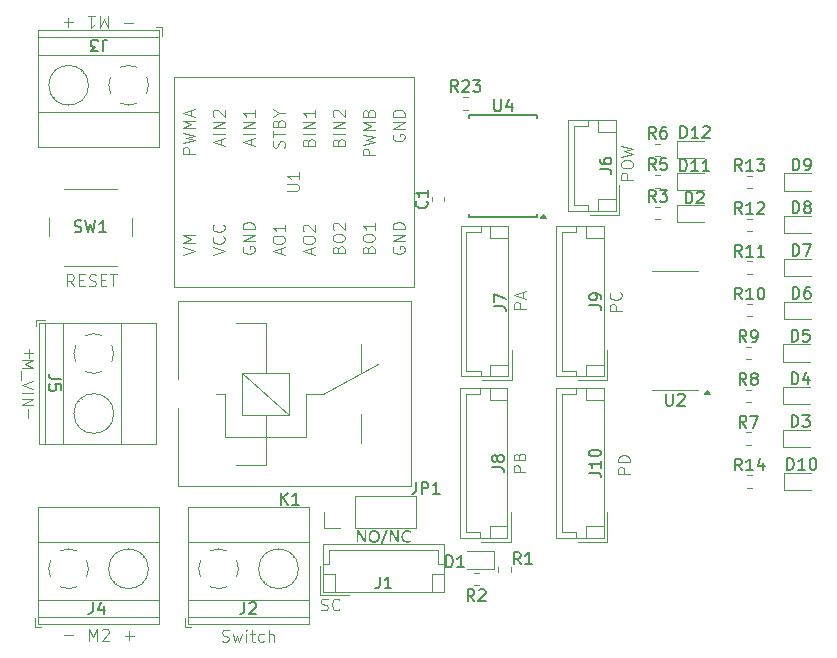
<source format=gbr>
%TF.GenerationSoftware,KiCad,Pcbnew,8.0.3*%
%TF.CreationDate,2024-06-17T22:46:01+08:00*%
%TF.ProjectId,uno_car,756e6f5f-6361-4722-9e6b-696361645f70,v1.0.2*%
%TF.SameCoordinates,Original*%
%TF.FileFunction,Legend,Top*%
%TF.FilePolarity,Positive*%
%FSLAX46Y46*%
G04 Gerber Fmt 4.6, Leading zero omitted, Abs format (unit mm)*
G04 Created by KiCad (PCBNEW 8.0.3) date 2024-06-17 22:46:01*
%MOMM*%
%LPD*%
G01*
G04 APERTURE LIST*
%ADD10C,0.100000*%
%ADD11C,0.150000*%
%ADD12C,0.120000*%
G04 APERTURE END LIST*
D10*
X184772419Y-73240475D02*
X183772419Y-73240475D01*
X183772419Y-73240475D02*
X183772419Y-72859523D01*
X183772419Y-72859523D02*
X183820038Y-72764285D01*
X183820038Y-72764285D02*
X183867657Y-72716666D01*
X183867657Y-72716666D02*
X183962895Y-72669047D01*
X183962895Y-72669047D02*
X184105752Y-72669047D01*
X184105752Y-72669047D02*
X184200990Y-72716666D01*
X184200990Y-72716666D02*
X184248609Y-72764285D01*
X184248609Y-72764285D02*
X184296228Y-72859523D01*
X184296228Y-72859523D02*
X184296228Y-73240475D01*
X184486704Y-72288094D02*
X184486704Y-71811904D01*
X184772419Y-72383332D02*
X183772419Y-72049999D01*
X183772419Y-72049999D02*
X184772419Y-71716666D01*
X192872419Y-73411904D02*
X191872419Y-73411904D01*
X191872419Y-73411904D02*
X191872419Y-73030952D01*
X191872419Y-73030952D02*
X191920038Y-72935714D01*
X191920038Y-72935714D02*
X191967657Y-72888095D01*
X191967657Y-72888095D02*
X192062895Y-72840476D01*
X192062895Y-72840476D02*
X192205752Y-72840476D01*
X192205752Y-72840476D02*
X192300990Y-72888095D01*
X192300990Y-72888095D02*
X192348609Y-72935714D01*
X192348609Y-72935714D02*
X192396228Y-73030952D01*
X192396228Y-73030952D02*
X192396228Y-73411904D01*
X192777180Y-71840476D02*
X192824800Y-71888095D01*
X192824800Y-71888095D02*
X192872419Y-72030952D01*
X192872419Y-72030952D02*
X192872419Y-72126190D01*
X192872419Y-72126190D02*
X192824800Y-72269047D01*
X192824800Y-72269047D02*
X192729561Y-72364285D01*
X192729561Y-72364285D02*
X192634323Y-72411904D01*
X192634323Y-72411904D02*
X192443847Y-72459523D01*
X192443847Y-72459523D02*
X192300990Y-72459523D01*
X192300990Y-72459523D02*
X192110514Y-72411904D01*
X192110514Y-72411904D02*
X192015276Y-72364285D01*
X192015276Y-72364285D02*
X191920038Y-72269047D01*
X191920038Y-72269047D02*
X191872419Y-72126190D01*
X191872419Y-72126190D02*
X191872419Y-72030952D01*
X191872419Y-72030952D02*
X191920038Y-71888095D01*
X191920038Y-71888095D02*
X191967657Y-71840476D01*
X146497618Y-71322419D02*
X146164285Y-70846228D01*
X145926190Y-71322419D02*
X145926190Y-70322419D01*
X145926190Y-70322419D02*
X146307142Y-70322419D01*
X146307142Y-70322419D02*
X146402380Y-70370038D01*
X146402380Y-70370038D02*
X146449999Y-70417657D01*
X146449999Y-70417657D02*
X146497618Y-70512895D01*
X146497618Y-70512895D02*
X146497618Y-70655752D01*
X146497618Y-70655752D02*
X146449999Y-70750990D01*
X146449999Y-70750990D02*
X146402380Y-70798609D01*
X146402380Y-70798609D02*
X146307142Y-70846228D01*
X146307142Y-70846228D02*
X145926190Y-70846228D01*
X146926190Y-70798609D02*
X147259523Y-70798609D01*
X147402380Y-71322419D02*
X146926190Y-71322419D01*
X146926190Y-71322419D02*
X146926190Y-70322419D01*
X146926190Y-70322419D02*
X147402380Y-70322419D01*
X147783333Y-71274800D02*
X147926190Y-71322419D01*
X147926190Y-71322419D02*
X148164285Y-71322419D01*
X148164285Y-71322419D02*
X148259523Y-71274800D01*
X148259523Y-71274800D02*
X148307142Y-71227180D01*
X148307142Y-71227180D02*
X148354761Y-71131942D01*
X148354761Y-71131942D02*
X148354761Y-71036704D01*
X148354761Y-71036704D02*
X148307142Y-70941466D01*
X148307142Y-70941466D02*
X148259523Y-70893847D01*
X148259523Y-70893847D02*
X148164285Y-70846228D01*
X148164285Y-70846228D02*
X147973809Y-70798609D01*
X147973809Y-70798609D02*
X147878571Y-70750990D01*
X147878571Y-70750990D02*
X147830952Y-70703371D01*
X147830952Y-70703371D02*
X147783333Y-70608133D01*
X147783333Y-70608133D02*
X147783333Y-70512895D01*
X147783333Y-70512895D02*
X147830952Y-70417657D01*
X147830952Y-70417657D02*
X147878571Y-70370038D01*
X147878571Y-70370038D02*
X147973809Y-70322419D01*
X147973809Y-70322419D02*
X148211904Y-70322419D01*
X148211904Y-70322419D02*
X148354761Y-70370038D01*
X148783333Y-70798609D02*
X149116666Y-70798609D01*
X149259523Y-71322419D02*
X148783333Y-71322419D01*
X148783333Y-71322419D02*
X148783333Y-70322419D01*
X148783333Y-70322419D02*
X149259523Y-70322419D01*
X149545238Y-70322419D02*
X150116666Y-70322419D01*
X149830952Y-71322419D02*
X149830952Y-70322419D01*
X193572419Y-87211904D02*
X192572419Y-87211904D01*
X192572419Y-87211904D02*
X192572419Y-86830952D01*
X192572419Y-86830952D02*
X192620038Y-86735714D01*
X192620038Y-86735714D02*
X192667657Y-86688095D01*
X192667657Y-86688095D02*
X192762895Y-86640476D01*
X192762895Y-86640476D02*
X192905752Y-86640476D01*
X192905752Y-86640476D02*
X193000990Y-86688095D01*
X193000990Y-86688095D02*
X193048609Y-86735714D01*
X193048609Y-86735714D02*
X193096228Y-86830952D01*
X193096228Y-86830952D02*
X193096228Y-87211904D01*
X193572419Y-86211904D02*
X192572419Y-86211904D01*
X192572419Y-86211904D02*
X192572419Y-85973809D01*
X192572419Y-85973809D02*
X192620038Y-85830952D01*
X192620038Y-85830952D02*
X192715276Y-85735714D01*
X192715276Y-85735714D02*
X192810514Y-85688095D01*
X192810514Y-85688095D02*
X193000990Y-85640476D01*
X193000990Y-85640476D02*
X193143847Y-85640476D01*
X193143847Y-85640476D02*
X193334323Y-85688095D01*
X193334323Y-85688095D02*
X193429561Y-85735714D01*
X193429561Y-85735714D02*
X193524800Y-85830952D01*
X193524800Y-85830952D02*
X193572419Y-85973809D01*
X193572419Y-85973809D02*
X193572419Y-86211904D01*
X159035714Y-101374800D02*
X159178571Y-101422419D01*
X159178571Y-101422419D02*
X159416666Y-101422419D01*
X159416666Y-101422419D02*
X159511904Y-101374800D01*
X159511904Y-101374800D02*
X159559523Y-101327180D01*
X159559523Y-101327180D02*
X159607142Y-101231942D01*
X159607142Y-101231942D02*
X159607142Y-101136704D01*
X159607142Y-101136704D02*
X159559523Y-101041466D01*
X159559523Y-101041466D02*
X159511904Y-100993847D01*
X159511904Y-100993847D02*
X159416666Y-100946228D01*
X159416666Y-100946228D02*
X159226190Y-100898609D01*
X159226190Y-100898609D02*
X159130952Y-100850990D01*
X159130952Y-100850990D02*
X159083333Y-100803371D01*
X159083333Y-100803371D02*
X159035714Y-100708133D01*
X159035714Y-100708133D02*
X159035714Y-100612895D01*
X159035714Y-100612895D02*
X159083333Y-100517657D01*
X159083333Y-100517657D02*
X159130952Y-100470038D01*
X159130952Y-100470038D02*
X159226190Y-100422419D01*
X159226190Y-100422419D02*
X159464285Y-100422419D01*
X159464285Y-100422419D02*
X159607142Y-100470038D01*
X159940476Y-100755752D02*
X160130952Y-101422419D01*
X160130952Y-101422419D02*
X160321428Y-100946228D01*
X160321428Y-100946228D02*
X160511904Y-101422419D01*
X160511904Y-101422419D02*
X160702380Y-100755752D01*
X161083333Y-101422419D02*
X161083333Y-100755752D01*
X161083333Y-100422419D02*
X161035714Y-100470038D01*
X161035714Y-100470038D02*
X161083333Y-100517657D01*
X161083333Y-100517657D02*
X161130952Y-100470038D01*
X161130952Y-100470038D02*
X161083333Y-100422419D01*
X161083333Y-100422419D02*
X161083333Y-100517657D01*
X161416666Y-100755752D02*
X161797618Y-100755752D01*
X161559523Y-100422419D02*
X161559523Y-101279561D01*
X161559523Y-101279561D02*
X161607142Y-101374800D01*
X161607142Y-101374800D02*
X161702380Y-101422419D01*
X161702380Y-101422419D02*
X161797618Y-101422419D01*
X162559523Y-101374800D02*
X162464285Y-101422419D01*
X162464285Y-101422419D02*
X162273809Y-101422419D01*
X162273809Y-101422419D02*
X162178571Y-101374800D01*
X162178571Y-101374800D02*
X162130952Y-101327180D01*
X162130952Y-101327180D02*
X162083333Y-101231942D01*
X162083333Y-101231942D02*
X162083333Y-100946228D01*
X162083333Y-100946228D02*
X162130952Y-100850990D01*
X162130952Y-100850990D02*
X162178571Y-100803371D01*
X162178571Y-100803371D02*
X162273809Y-100755752D01*
X162273809Y-100755752D02*
X162464285Y-100755752D01*
X162464285Y-100755752D02*
X162559523Y-100803371D01*
X162988095Y-101422419D02*
X162988095Y-100422419D01*
X163416666Y-101422419D02*
X163416666Y-100898609D01*
X163416666Y-100898609D02*
X163369047Y-100803371D01*
X163369047Y-100803371D02*
X163273809Y-100755752D01*
X163273809Y-100755752D02*
X163130952Y-100755752D01*
X163130952Y-100755752D02*
X163035714Y-100803371D01*
X163035714Y-100803371D02*
X162988095Y-100850990D01*
X146420951Y-100823533D02*
X145659047Y-100823533D01*
X142583533Y-81759048D02*
X142583533Y-82520953D01*
X167414286Y-98724800D02*
X167557143Y-98772419D01*
X167557143Y-98772419D02*
X167795238Y-98772419D01*
X167795238Y-98772419D02*
X167890476Y-98724800D01*
X167890476Y-98724800D02*
X167938095Y-98677180D01*
X167938095Y-98677180D02*
X167985714Y-98581942D01*
X167985714Y-98581942D02*
X167985714Y-98486704D01*
X167985714Y-98486704D02*
X167938095Y-98391466D01*
X167938095Y-98391466D02*
X167890476Y-98343847D01*
X167890476Y-98343847D02*
X167795238Y-98296228D01*
X167795238Y-98296228D02*
X167604762Y-98248609D01*
X167604762Y-98248609D02*
X167509524Y-98200990D01*
X167509524Y-98200990D02*
X167461905Y-98153371D01*
X167461905Y-98153371D02*
X167414286Y-98058133D01*
X167414286Y-98058133D02*
X167414286Y-97962895D01*
X167414286Y-97962895D02*
X167461905Y-97867657D01*
X167461905Y-97867657D02*
X167509524Y-97820038D01*
X167509524Y-97820038D02*
X167604762Y-97772419D01*
X167604762Y-97772419D02*
X167842857Y-97772419D01*
X167842857Y-97772419D02*
X167985714Y-97820038D01*
X168985714Y-98677180D02*
X168938095Y-98724800D01*
X168938095Y-98724800D02*
X168795238Y-98772419D01*
X168795238Y-98772419D02*
X168700000Y-98772419D01*
X168700000Y-98772419D02*
X168557143Y-98724800D01*
X168557143Y-98724800D02*
X168461905Y-98629561D01*
X168461905Y-98629561D02*
X168414286Y-98534323D01*
X168414286Y-98534323D02*
X168366667Y-98343847D01*
X168366667Y-98343847D02*
X168366667Y-98200990D01*
X168366667Y-98200990D02*
X168414286Y-98010514D01*
X168414286Y-98010514D02*
X168461905Y-97915276D01*
X168461905Y-97915276D02*
X168557143Y-97820038D01*
X168557143Y-97820038D02*
X168700000Y-97772419D01*
X168700000Y-97772419D02*
X168795238Y-97772419D01*
X168795238Y-97772419D02*
X168938095Y-97820038D01*
X168938095Y-97820038D02*
X168985714Y-97867657D01*
X184722419Y-87061904D02*
X183722419Y-87061904D01*
X183722419Y-87061904D02*
X183722419Y-86680952D01*
X183722419Y-86680952D02*
X183770038Y-86585714D01*
X183770038Y-86585714D02*
X183817657Y-86538095D01*
X183817657Y-86538095D02*
X183912895Y-86490476D01*
X183912895Y-86490476D02*
X184055752Y-86490476D01*
X184055752Y-86490476D02*
X184150990Y-86538095D01*
X184150990Y-86538095D02*
X184198609Y-86585714D01*
X184198609Y-86585714D02*
X184246228Y-86680952D01*
X184246228Y-86680952D02*
X184246228Y-87061904D01*
X184198609Y-85728571D02*
X184246228Y-85585714D01*
X184246228Y-85585714D02*
X184293847Y-85538095D01*
X184293847Y-85538095D02*
X184389085Y-85490476D01*
X184389085Y-85490476D02*
X184531942Y-85490476D01*
X184531942Y-85490476D02*
X184627180Y-85538095D01*
X184627180Y-85538095D02*
X184674800Y-85585714D01*
X184674800Y-85585714D02*
X184722419Y-85680952D01*
X184722419Y-85680952D02*
X184722419Y-86061904D01*
X184722419Y-86061904D02*
X183722419Y-86061904D01*
X183722419Y-86061904D02*
X183722419Y-85728571D01*
X183722419Y-85728571D02*
X183770038Y-85633333D01*
X183770038Y-85633333D02*
X183817657Y-85585714D01*
X183817657Y-85585714D02*
X183912895Y-85538095D01*
X183912895Y-85538095D02*
X184008133Y-85538095D01*
X184008133Y-85538095D02*
X184103371Y-85585714D01*
X184103371Y-85585714D02*
X184150990Y-85633333D01*
X184150990Y-85633333D02*
X184198609Y-85728571D01*
X184198609Y-85728571D02*
X184198609Y-86061904D01*
X142663533Y-76619048D02*
X142663533Y-77380953D01*
X142282580Y-77000000D02*
X143044485Y-77000000D01*
X193822419Y-62296115D02*
X192822419Y-62296115D01*
X192822419Y-62296115D02*
X192822419Y-61915163D01*
X192822419Y-61915163D02*
X192870038Y-61819925D01*
X192870038Y-61819925D02*
X192917657Y-61772306D01*
X192917657Y-61772306D02*
X193012895Y-61724687D01*
X193012895Y-61724687D02*
X193155752Y-61724687D01*
X193155752Y-61724687D02*
X193250990Y-61772306D01*
X193250990Y-61772306D02*
X193298609Y-61819925D01*
X193298609Y-61819925D02*
X193346228Y-61915163D01*
X193346228Y-61915163D02*
X193346228Y-62296115D01*
X192822419Y-61105639D02*
X192822419Y-60915163D01*
X192822419Y-60915163D02*
X192870038Y-60819925D01*
X192870038Y-60819925D02*
X192965276Y-60724687D01*
X192965276Y-60724687D02*
X193155752Y-60677068D01*
X193155752Y-60677068D02*
X193489085Y-60677068D01*
X193489085Y-60677068D02*
X193679561Y-60724687D01*
X193679561Y-60724687D02*
X193774800Y-60819925D01*
X193774800Y-60819925D02*
X193822419Y-60915163D01*
X193822419Y-60915163D02*
X193822419Y-61105639D01*
X193822419Y-61105639D02*
X193774800Y-61200877D01*
X193774800Y-61200877D02*
X193679561Y-61296115D01*
X193679561Y-61296115D02*
X193489085Y-61343734D01*
X193489085Y-61343734D02*
X193155752Y-61343734D01*
X193155752Y-61343734D02*
X192965276Y-61296115D01*
X192965276Y-61296115D02*
X192870038Y-61200877D01*
X192870038Y-61200877D02*
X192822419Y-61105639D01*
X192822419Y-60343734D02*
X193822419Y-60105639D01*
X193822419Y-60105639D02*
X193108133Y-59915163D01*
X193108133Y-59915163D02*
X193822419Y-59724687D01*
X193822419Y-59724687D02*
X192822419Y-59486592D01*
X142077580Y-77595238D02*
X143077580Y-77595238D01*
X143077580Y-77595238D02*
X142363295Y-77928571D01*
X142363295Y-77928571D02*
X143077580Y-78261904D01*
X143077580Y-78261904D02*
X142077580Y-78261904D01*
X141982342Y-78500000D02*
X141982342Y-79261904D01*
X143077580Y-79357143D02*
X142077580Y-79690476D01*
X142077580Y-79690476D02*
X143077580Y-80023809D01*
X142077580Y-80357143D02*
X143077580Y-80357143D01*
X142077580Y-80833333D02*
X143077580Y-80833333D01*
X143077580Y-80833333D02*
X142077580Y-81404761D01*
X142077580Y-81404761D02*
X143077580Y-81404761D01*
X145629048Y-48956466D02*
X146390953Y-48956466D01*
X146010000Y-49337419D02*
X146010000Y-48575514D01*
X150769048Y-49036466D02*
X151530953Y-49036466D01*
X147790476Y-101322419D02*
X147790476Y-100322419D01*
X147790476Y-100322419D02*
X148123809Y-101036704D01*
X148123809Y-101036704D02*
X148457142Y-100322419D01*
X148457142Y-100322419D02*
X148457142Y-101322419D01*
X148885714Y-100417657D02*
X148933333Y-100370038D01*
X148933333Y-100370038D02*
X149028571Y-100322419D01*
X149028571Y-100322419D02*
X149266666Y-100322419D01*
X149266666Y-100322419D02*
X149361904Y-100370038D01*
X149361904Y-100370038D02*
X149409523Y-100417657D01*
X149409523Y-100417657D02*
X149457142Y-100512895D01*
X149457142Y-100512895D02*
X149457142Y-100608133D01*
X149457142Y-100608133D02*
X149409523Y-100750990D01*
X149409523Y-100750990D02*
X148838095Y-101322419D01*
X148838095Y-101322419D02*
X149457142Y-101322419D01*
X151560951Y-100903533D02*
X150799047Y-100903533D01*
X151179999Y-100522580D02*
X151179999Y-101284485D01*
G36*
X171238538Y-93015000D02*
G01*
X171070011Y-93015000D01*
X170585189Y-92106172D01*
X170585189Y-93015000D01*
X170458182Y-93015000D01*
X170458182Y-91998949D01*
X170668964Y-91998949D01*
X171111288Y-92828642D01*
X171111288Y-91998949D01*
X171238538Y-91998949D01*
X171238538Y-93015000D01*
G37*
G36*
X171975236Y-91985531D02*
G01*
X172025977Y-91992172D01*
X172073910Y-92003239D01*
X172119034Y-92018733D01*
X172166249Y-92041030D01*
X172209254Y-92068080D01*
X172248046Y-92099883D01*
X172267777Y-92119605D01*
X172300630Y-92160057D01*
X172328846Y-92205300D01*
X172350034Y-92249539D01*
X172363521Y-92285202D01*
X172378160Y-92335806D01*
X172388617Y-92389677D01*
X172394335Y-92439493D01*
X172396851Y-92491811D01*
X172396982Y-92507219D01*
X172395357Y-92560370D01*
X172390484Y-92611043D01*
X172382361Y-92659238D01*
X172369099Y-92711285D01*
X172363032Y-92729968D01*
X172344348Y-92777015D01*
X172319240Y-92825053D01*
X172289805Y-92867914D01*
X172267777Y-92893611D01*
X172230378Y-92929276D01*
X172189347Y-92959608D01*
X172144683Y-92984608D01*
X172118301Y-92996193D01*
X172067891Y-93012840D01*
X172019870Y-93023064D01*
X171968827Y-93028983D01*
X171921685Y-93030631D01*
X171868929Y-93028433D01*
X171818615Y-93021838D01*
X171770743Y-93010847D01*
X171725314Y-92995460D01*
X171677804Y-92973184D01*
X171634467Y-92945924D01*
X171595303Y-92913679D01*
X171575349Y-92893611D01*
X171542831Y-92853571D01*
X171514796Y-92808740D01*
X171491243Y-92759118D01*
X171480094Y-92729480D01*
X171465562Y-92679135D01*
X171455182Y-92625310D01*
X171449505Y-92575358D01*
X171447007Y-92522741D01*
X171446877Y-92507219D01*
X171588538Y-92507219D01*
X171590750Y-92565380D01*
X171597387Y-92619117D01*
X171608448Y-92668430D01*
X171627562Y-92721764D01*
X171653048Y-92768728D01*
X171679152Y-92802997D01*
X171715388Y-92837859D01*
X171755951Y-92865508D01*
X171800842Y-92885944D01*
X171850061Y-92899167D01*
X171903608Y-92905178D01*
X171922418Y-92905579D01*
X171977390Y-92901972D01*
X172028000Y-92891153D01*
X172074247Y-92873121D01*
X172116133Y-92847876D01*
X172153657Y-92815419D01*
X172165195Y-92802997D01*
X172195907Y-92761343D01*
X172220265Y-92713318D01*
X172238268Y-92658921D01*
X172248417Y-92608724D01*
X172254153Y-92554102D01*
X172255565Y-92507219D01*
X172253383Y-92449590D01*
X172246836Y-92396231D01*
X172235923Y-92347142D01*
X172217067Y-92293870D01*
X172191925Y-92246747D01*
X172166172Y-92212173D01*
X172130440Y-92176896D01*
X172090106Y-92148918D01*
X172045169Y-92128239D01*
X171995630Y-92114858D01*
X171941488Y-92108776D01*
X171922418Y-92108370D01*
X171866253Y-92112019D01*
X171814810Y-92122967D01*
X171768090Y-92141214D01*
X171726093Y-92166759D01*
X171688818Y-92199603D01*
X171677443Y-92212173D01*
X171647229Y-92254173D01*
X171623266Y-92302322D01*
X171605555Y-92356618D01*
X171595571Y-92406561D01*
X171589927Y-92460774D01*
X171588538Y-92507219D01*
X171446877Y-92507219D01*
X171448455Y-92454685D01*
X171453188Y-92404583D01*
X171462462Y-92350300D01*
X171475857Y-92299192D01*
X171479850Y-92286912D01*
X171498229Y-92239818D01*
X171520394Y-92196236D01*
X171549855Y-92151403D01*
X171576082Y-92119605D01*
X171612335Y-92084945D01*
X171653224Y-92055154D01*
X171698751Y-92030231D01*
X171726047Y-92018489D01*
X171777762Y-92001487D01*
X171825905Y-91991046D01*
X171876093Y-91985001D01*
X171921685Y-91983318D01*
X171975236Y-91985531D01*
G37*
G36*
X173060834Y-91952055D02*
G01*
X172568440Y-93218210D01*
X172449494Y-93218210D01*
X172939934Y-91952055D01*
X173060834Y-91952055D01*
G37*
G36*
X174022907Y-93015000D02*
G01*
X173854379Y-93015000D01*
X173369557Y-92106172D01*
X173369557Y-93015000D01*
X173242551Y-93015000D01*
X173242551Y-91998949D01*
X173453332Y-91998949D01*
X173895656Y-92828642D01*
X173895656Y-91998949D01*
X174022907Y-91998949D01*
X174022907Y-93015000D01*
G37*
G36*
X175079745Y-92938551D02*
G01*
X175033213Y-92959188D01*
X175011357Y-92969326D01*
X174965753Y-92987702D01*
X174931246Y-92999368D01*
X174881941Y-93012694D01*
X174840387Y-93021350D01*
X174788791Y-93028311D01*
X174739537Y-93030595D01*
X174732188Y-93030631D01*
X174677767Y-93028708D01*
X174625881Y-93022937D01*
X174576529Y-93013320D01*
X174529710Y-92999856D01*
X174480457Y-92979665D01*
X174434914Y-92953986D01*
X174393080Y-92922821D01*
X174371441Y-92903136D01*
X174336626Y-92864103D01*
X174306371Y-92819545D01*
X174283306Y-92775299D01*
X174268371Y-92739249D01*
X174252128Y-92687424D01*
X174241723Y-92638796D01*
X174234871Y-92587106D01*
X174231572Y-92532354D01*
X174231246Y-92507951D01*
X174232952Y-92454610D01*
X174238071Y-92403793D01*
X174246603Y-92355501D01*
X174260532Y-92303401D01*
X174266905Y-92284713D01*
X174286811Y-92237407D01*
X174310625Y-92193916D01*
X174342086Y-92149551D01*
X174369976Y-92118384D01*
X174408802Y-92083782D01*
X174451918Y-92054164D01*
X174499323Y-92029531D01*
X174527512Y-92018000D01*
X174575048Y-92002827D01*
X174625087Y-91991988D01*
X174677630Y-91985485D01*
X174732676Y-91983318D01*
X174784225Y-91985250D01*
X174835678Y-91991046D01*
X174887036Y-92000706D01*
X174897296Y-92003101D01*
X174944907Y-92016625D01*
X174995416Y-92034941D01*
X175042745Y-92055243D01*
X175079745Y-92072955D01*
X175079745Y-92233422D01*
X175069487Y-92233422D01*
X175027309Y-92202923D01*
X174985284Y-92176880D01*
X174938189Y-92152911D01*
X174901692Y-92138168D01*
X174854054Y-92123764D01*
X174804560Y-92114074D01*
X174753212Y-92109098D01*
X174723884Y-92108370D01*
X174672304Y-92111227D01*
X174620183Y-92120861D01*
X174583932Y-92132550D01*
X174539293Y-92154463D01*
X174498432Y-92183933D01*
X174473290Y-92207777D01*
X174440673Y-92248672D01*
X174415902Y-92292677D01*
X174399285Y-92333318D01*
X174385374Y-92383082D01*
X174377260Y-92431786D01*
X174373319Y-92484199D01*
X174372907Y-92508684D01*
X174374723Y-92558891D01*
X174381109Y-92611032D01*
X174393598Y-92663572D01*
X174401971Y-92687714D01*
X174424084Y-92735835D01*
X174450122Y-92777434D01*
X174477198Y-92809591D01*
X174515552Y-92842690D01*
X174558440Y-92868713D01*
X174589550Y-92882131D01*
X174638757Y-92896420D01*
X174690025Y-92904113D01*
X174725349Y-92905579D01*
X174779593Y-92903106D01*
X174831867Y-92895687D01*
X174882169Y-92883322D01*
X174909264Y-92874316D01*
X174956755Y-92854257D01*
X175002506Y-92829253D01*
X175046520Y-92799303D01*
X175070220Y-92780526D01*
X175079745Y-92780526D01*
X175079745Y-92938551D01*
G37*
X149369523Y-48442580D02*
X149369523Y-49442580D01*
X149369523Y-49442580D02*
X149036190Y-48728295D01*
X149036190Y-48728295D02*
X148702857Y-49442580D01*
X148702857Y-49442580D02*
X148702857Y-48442580D01*
X147702857Y-48442580D02*
X148274285Y-48442580D01*
X147988571Y-48442580D02*
X147988571Y-49442580D01*
X147988571Y-49442580D02*
X148083809Y-49299723D01*
X148083809Y-49299723D02*
X148179047Y-49204485D01*
X148179047Y-49204485D02*
X148274285Y-49156866D01*
D11*
X207261905Y-79624819D02*
X207261905Y-78624819D01*
X207261905Y-78624819D02*
X207500000Y-78624819D01*
X207500000Y-78624819D02*
X207642857Y-78672438D01*
X207642857Y-78672438D02*
X207738095Y-78767676D01*
X207738095Y-78767676D02*
X207785714Y-78862914D01*
X207785714Y-78862914D02*
X207833333Y-79053390D01*
X207833333Y-79053390D02*
X207833333Y-79196247D01*
X207833333Y-79196247D02*
X207785714Y-79386723D01*
X207785714Y-79386723D02*
X207738095Y-79481961D01*
X207738095Y-79481961D02*
X207642857Y-79577200D01*
X207642857Y-79577200D02*
X207500000Y-79624819D01*
X207500000Y-79624819D02*
X207261905Y-79624819D01*
X208690476Y-78958152D02*
X208690476Y-79624819D01*
X208452381Y-78577200D02*
X208214286Y-79291485D01*
X208214286Y-79291485D02*
X208833333Y-79291485D01*
X190154819Y-72933333D02*
X190869104Y-72933333D01*
X190869104Y-72933333D02*
X191011961Y-72980952D01*
X191011961Y-72980952D02*
X191107200Y-73076190D01*
X191107200Y-73076190D02*
X191154819Y-73219047D01*
X191154819Y-73219047D02*
X191154819Y-73314285D01*
X191154819Y-72409523D02*
X191154819Y-72219047D01*
X191154819Y-72219047D02*
X191107200Y-72123809D01*
X191107200Y-72123809D02*
X191059580Y-72076190D01*
X191059580Y-72076190D02*
X190916723Y-71980952D01*
X190916723Y-71980952D02*
X190726247Y-71933333D01*
X190726247Y-71933333D02*
X190345295Y-71933333D01*
X190345295Y-71933333D02*
X190250057Y-71980952D01*
X190250057Y-71980952D02*
X190202438Y-72028571D01*
X190202438Y-72028571D02*
X190154819Y-72123809D01*
X190154819Y-72123809D02*
X190154819Y-72314285D01*
X190154819Y-72314285D02*
X190202438Y-72409523D01*
X190202438Y-72409523D02*
X190250057Y-72457142D01*
X190250057Y-72457142D02*
X190345295Y-72504761D01*
X190345295Y-72504761D02*
X190583390Y-72504761D01*
X190583390Y-72504761D02*
X190678628Y-72457142D01*
X190678628Y-72457142D02*
X190726247Y-72409523D01*
X190726247Y-72409523D02*
X190773866Y-72314285D01*
X190773866Y-72314285D02*
X190773866Y-72123809D01*
X190773866Y-72123809D02*
X190726247Y-72028571D01*
X190726247Y-72028571D02*
X190678628Y-71980952D01*
X190678628Y-71980952D02*
X190583390Y-71933333D01*
X184333333Y-94854819D02*
X184000000Y-94378628D01*
X183761905Y-94854819D02*
X183761905Y-93854819D01*
X183761905Y-93854819D02*
X184142857Y-93854819D01*
X184142857Y-93854819D02*
X184238095Y-93902438D01*
X184238095Y-93902438D02*
X184285714Y-93950057D01*
X184285714Y-93950057D02*
X184333333Y-94045295D01*
X184333333Y-94045295D02*
X184333333Y-94188152D01*
X184333333Y-94188152D02*
X184285714Y-94283390D01*
X184285714Y-94283390D02*
X184238095Y-94331009D01*
X184238095Y-94331009D02*
X184142857Y-94378628D01*
X184142857Y-94378628D02*
X183761905Y-94378628D01*
X185285714Y-94854819D02*
X184714286Y-94854819D01*
X185000000Y-94854819D02*
X185000000Y-93854819D01*
X185000000Y-93854819D02*
X184904762Y-93997676D01*
X184904762Y-93997676D02*
X184809524Y-94092914D01*
X184809524Y-94092914D02*
X184714286Y-94140533D01*
X198286905Y-64304819D02*
X198286905Y-63304819D01*
X198286905Y-63304819D02*
X198525000Y-63304819D01*
X198525000Y-63304819D02*
X198667857Y-63352438D01*
X198667857Y-63352438D02*
X198763095Y-63447676D01*
X198763095Y-63447676D02*
X198810714Y-63542914D01*
X198810714Y-63542914D02*
X198858333Y-63733390D01*
X198858333Y-63733390D02*
X198858333Y-63876247D01*
X198858333Y-63876247D02*
X198810714Y-64066723D01*
X198810714Y-64066723D02*
X198763095Y-64161961D01*
X198763095Y-64161961D02*
X198667857Y-64257200D01*
X198667857Y-64257200D02*
X198525000Y-64304819D01*
X198525000Y-64304819D02*
X198286905Y-64304819D01*
X199239286Y-63400057D02*
X199286905Y-63352438D01*
X199286905Y-63352438D02*
X199382143Y-63304819D01*
X199382143Y-63304819D02*
X199620238Y-63304819D01*
X199620238Y-63304819D02*
X199715476Y-63352438D01*
X199715476Y-63352438D02*
X199763095Y-63400057D01*
X199763095Y-63400057D02*
X199810714Y-63495295D01*
X199810714Y-63495295D02*
X199810714Y-63590533D01*
X199810714Y-63590533D02*
X199763095Y-63733390D01*
X199763095Y-63733390D02*
X199191667Y-64304819D01*
X199191667Y-64304819D02*
X199810714Y-64304819D01*
X197848214Y-58774819D02*
X197848214Y-57774819D01*
X197848214Y-57774819D02*
X198086309Y-57774819D01*
X198086309Y-57774819D02*
X198229166Y-57822438D01*
X198229166Y-57822438D02*
X198324404Y-57917676D01*
X198324404Y-57917676D02*
X198372023Y-58012914D01*
X198372023Y-58012914D02*
X198419642Y-58203390D01*
X198419642Y-58203390D02*
X198419642Y-58346247D01*
X198419642Y-58346247D02*
X198372023Y-58536723D01*
X198372023Y-58536723D02*
X198324404Y-58631961D01*
X198324404Y-58631961D02*
X198229166Y-58727200D01*
X198229166Y-58727200D02*
X198086309Y-58774819D01*
X198086309Y-58774819D02*
X197848214Y-58774819D01*
X199372023Y-58774819D02*
X198800595Y-58774819D01*
X199086309Y-58774819D02*
X199086309Y-57774819D01*
X199086309Y-57774819D02*
X198991071Y-57917676D01*
X198991071Y-57917676D02*
X198895833Y-58012914D01*
X198895833Y-58012914D02*
X198800595Y-58060533D01*
X199752976Y-57870057D02*
X199800595Y-57822438D01*
X199800595Y-57822438D02*
X199895833Y-57774819D01*
X199895833Y-57774819D02*
X200133928Y-57774819D01*
X200133928Y-57774819D02*
X200229166Y-57822438D01*
X200229166Y-57822438D02*
X200276785Y-57870057D01*
X200276785Y-57870057D02*
X200324404Y-57965295D01*
X200324404Y-57965295D02*
X200324404Y-58060533D01*
X200324404Y-58060533D02*
X200276785Y-58203390D01*
X200276785Y-58203390D02*
X199705357Y-58774819D01*
X199705357Y-58774819D02*
X200324404Y-58774819D01*
X181904819Y-86633333D02*
X182619104Y-86633333D01*
X182619104Y-86633333D02*
X182761961Y-86680952D01*
X182761961Y-86680952D02*
X182857200Y-86776190D01*
X182857200Y-86776190D02*
X182904819Y-86919047D01*
X182904819Y-86919047D02*
X182904819Y-87014285D01*
X182333390Y-86014285D02*
X182285771Y-86109523D01*
X182285771Y-86109523D02*
X182238152Y-86157142D01*
X182238152Y-86157142D02*
X182142914Y-86204761D01*
X182142914Y-86204761D02*
X182095295Y-86204761D01*
X182095295Y-86204761D02*
X182000057Y-86157142D01*
X182000057Y-86157142D02*
X181952438Y-86109523D01*
X181952438Y-86109523D02*
X181904819Y-86014285D01*
X181904819Y-86014285D02*
X181904819Y-85823809D01*
X181904819Y-85823809D02*
X181952438Y-85728571D01*
X181952438Y-85728571D02*
X182000057Y-85680952D01*
X182000057Y-85680952D02*
X182095295Y-85633333D01*
X182095295Y-85633333D02*
X182142914Y-85633333D01*
X182142914Y-85633333D02*
X182238152Y-85680952D01*
X182238152Y-85680952D02*
X182285771Y-85728571D01*
X182285771Y-85728571D02*
X182333390Y-85823809D01*
X182333390Y-85823809D02*
X182333390Y-86014285D01*
X182333390Y-86014285D02*
X182381009Y-86109523D01*
X182381009Y-86109523D02*
X182428628Y-86157142D01*
X182428628Y-86157142D02*
X182523866Y-86204761D01*
X182523866Y-86204761D02*
X182714342Y-86204761D01*
X182714342Y-86204761D02*
X182809580Y-86157142D01*
X182809580Y-86157142D02*
X182857200Y-86109523D01*
X182857200Y-86109523D02*
X182904819Y-86014285D01*
X182904819Y-86014285D02*
X182904819Y-85823809D01*
X182904819Y-85823809D02*
X182857200Y-85728571D01*
X182857200Y-85728571D02*
X182809580Y-85680952D01*
X182809580Y-85680952D02*
X182714342Y-85633333D01*
X182714342Y-85633333D02*
X182523866Y-85633333D01*
X182523866Y-85633333D02*
X182428628Y-85680952D01*
X182428628Y-85680952D02*
X182381009Y-85728571D01*
X182381009Y-85728571D02*
X182333390Y-85823809D01*
X207261905Y-83246219D02*
X207261905Y-82246219D01*
X207261905Y-82246219D02*
X207500000Y-82246219D01*
X207500000Y-82246219D02*
X207642857Y-82293838D01*
X207642857Y-82293838D02*
X207738095Y-82389076D01*
X207738095Y-82389076D02*
X207785714Y-82484314D01*
X207785714Y-82484314D02*
X207833333Y-82674790D01*
X207833333Y-82674790D02*
X207833333Y-82817647D01*
X207833333Y-82817647D02*
X207785714Y-83008123D01*
X207785714Y-83008123D02*
X207738095Y-83103361D01*
X207738095Y-83103361D02*
X207642857Y-83198600D01*
X207642857Y-83198600D02*
X207500000Y-83246219D01*
X207500000Y-83246219D02*
X207261905Y-83246219D01*
X208166667Y-82246219D02*
X208785714Y-82246219D01*
X208785714Y-82246219D02*
X208452381Y-82627171D01*
X208452381Y-82627171D02*
X208595238Y-82627171D01*
X208595238Y-82627171D02*
X208690476Y-82674790D01*
X208690476Y-82674790D02*
X208738095Y-82722409D01*
X208738095Y-82722409D02*
X208785714Y-82817647D01*
X208785714Y-82817647D02*
X208785714Y-83055742D01*
X208785714Y-83055742D02*
X208738095Y-83150980D01*
X208738095Y-83150980D02*
X208690476Y-83198600D01*
X208690476Y-83198600D02*
X208595238Y-83246219D01*
X208595238Y-83246219D02*
X208309524Y-83246219D01*
X208309524Y-83246219D02*
X208214286Y-83198600D01*
X208214286Y-83198600D02*
X208166667Y-83150980D01*
X145375180Y-79166666D02*
X144660895Y-79166666D01*
X144660895Y-79166666D02*
X144518038Y-79119047D01*
X144518038Y-79119047D02*
X144422800Y-79023809D01*
X144422800Y-79023809D02*
X144375180Y-78880952D01*
X144375180Y-78880952D02*
X144375180Y-78785714D01*
X145375180Y-80119047D02*
X145375180Y-79642857D01*
X145375180Y-79642857D02*
X144898990Y-79595238D01*
X144898990Y-79595238D02*
X144946609Y-79642857D01*
X144946609Y-79642857D02*
X144994228Y-79738095D01*
X144994228Y-79738095D02*
X144994228Y-79976190D01*
X144994228Y-79976190D02*
X144946609Y-80071428D01*
X144946609Y-80071428D02*
X144898990Y-80119047D01*
X144898990Y-80119047D02*
X144803752Y-80166666D01*
X144803752Y-80166666D02*
X144565657Y-80166666D01*
X144565657Y-80166666D02*
X144470419Y-80119047D01*
X144470419Y-80119047D02*
X144422800Y-80071428D01*
X144422800Y-80071428D02*
X144375180Y-79976190D01*
X144375180Y-79976190D02*
X144375180Y-79738095D01*
X144375180Y-79738095D02*
X144422800Y-79642857D01*
X144422800Y-79642857D02*
X144470419Y-79595238D01*
X207359305Y-65139119D02*
X207359305Y-64139119D01*
X207359305Y-64139119D02*
X207597400Y-64139119D01*
X207597400Y-64139119D02*
X207740257Y-64186738D01*
X207740257Y-64186738D02*
X207835495Y-64281976D01*
X207835495Y-64281976D02*
X207883114Y-64377214D01*
X207883114Y-64377214D02*
X207930733Y-64567690D01*
X207930733Y-64567690D02*
X207930733Y-64710547D01*
X207930733Y-64710547D02*
X207883114Y-64901023D01*
X207883114Y-64901023D02*
X207835495Y-64996261D01*
X207835495Y-64996261D02*
X207740257Y-65091500D01*
X207740257Y-65091500D02*
X207597400Y-65139119D01*
X207597400Y-65139119D02*
X207359305Y-65139119D01*
X208502162Y-64567690D02*
X208406924Y-64520071D01*
X208406924Y-64520071D02*
X208359305Y-64472452D01*
X208359305Y-64472452D02*
X208311686Y-64377214D01*
X208311686Y-64377214D02*
X208311686Y-64329595D01*
X208311686Y-64329595D02*
X208359305Y-64234357D01*
X208359305Y-64234357D02*
X208406924Y-64186738D01*
X208406924Y-64186738D02*
X208502162Y-64139119D01*
X208502162Y-64139119D02*
X208692638Y-64139119D01*
X208692638Y-64139119D02*
X208787876Y-64186738D01*
X208787876Y-64186738D02*
X208835495Y-64234357D01*
X208835495Y-64234357D02*
X208883114Y-64329595D01*
X208883114Y-64329595D02*
X208883114Y-64377214D01*
X208883114Y-64377214D02*
X208835495Y-64472452D01*
X208835495Y-64472452D02*
X208787876Y-64520071D01*
X208787876Y-64520071D02*
X208692638Y-64567690D01*
X208692638Y-64567690D02*
X208502162Y-64567690D01*
X208502162Y-64567690D02*
X208406924Y-64615309D01*
X208406924Y-64615309D02*
X208359305Y-64662928D01*
X208359305Y-64662928D02*
X208311686Y-64758166D01*
X208311686Y-64758166D02*
X208311686Y-64948642D01*
X208311686Y-64948642D02*
X208359305Y-65043880D01*
X208359305Y-65043880D02*
X208406924Y-65091500D01*
X208406924Y-65091500D02*
X208502162Y-65139119D01*
X208502162Y-65139119D02*
X208692638Y-65139119D01*
X208692638Y-65139119D02*
X208787876Y-65091500D01*
X208787876Y-65091500D02*
X208835495Y-65043880D01*
X208835495Y-65043880D02*
X208883114Y-64948642D01*
X208883114Y-64948642D02*
X208883114Y-64758166D01*
X208883114Y-64758166D02*
X208835495Y-64662928D01*
X208835495Y-64662928D02*
X208787876Y-64615309D01*
X208787876Y-64615309D02*
X208692638Y-64567690D01*
X206883114Y-86867719D02*
X206883114Y-85867719D01*
X206883114Y-85867719D02*
X207121209Y-85867719D01*
X207121209Y-85867719D02*
X207264066Y-85915338D01*
X207264066Y-85915338D02*
X207359304Y-86010576D01*
X207359304Y-86010576D02*
X207406923Y-86105814D01*
X207406923Y-86105814D02*
X207454542Y-86296290D01*
X207454542Y-86296290D02*
X207454542Y-86439147D01*
X207454542Y-86439147D02*
X207406923Y-86629623D01*
X207406923Y-86629623D02*
X207359304Y-86724861D01*
X207359304Y-86724861D02*
X207264066Y-86820100D01*
X207264066Y-86820100D02*
X207121209Y-86867719D01*
X207121209Y-86867719D02*
X206883114Y-86867719D01*
X208406923Y-86867719D02*
X207835495Y-86867719D01*
X208121209Y-86867719D02*
X208121209Y-85867719D01*
X208121209Y-85867719D02*
X208025971Y-86010576D01*
X208025971Y-86010576D02*
X207930733Y-86105814D01*
X207930733Y-86105814D02*
X207835495Y-86153433D01*
X209025971Y-85867719D02*
X209121209Y-85867719D01*
X209121209Y-85867719D02*
X209216447Y-85915338D01*
X209216447Y-85915338D02*
X209264066Y-85962957D01*
X209264066Y-85962957D02*
X209311685Y-86058195D01*
X209311685Y-86058195D02*
X209359304Y-86248671D01*
X209359304Y-86248671D02*
X209359304Y-86486766D01*
X209359304Y-86486766D02*
X209311685Y-86677242D01*
X209311685Y-86677242D02*
X209264066Y-86772480D01*
X209264066Y-86772480D02*
X209216447Y-86820100D01*
X209216447Y-86820100D02*
X209121209Y-86867719D01*
X209121209Y-86867719D02*
X209025971Y-86867719D01*
X209025971Y-86867719D02*
X208930733Y-86820100D01*
X208930733Y-86820100D02*
X208883114Y-86772480D01*
X208883114Y-86772480D02*
X208835495Y-86677242D01*
X208835495Y-86677242D02*
X208787876Y-86486766D01*
X208787876Y-86486766D02*
X208787876Y-86248671D01*
X208787876Y-86248671D02*
X208835495Y-86058195D01*
X208835495Y-86058195D02*
X208883114Y-85962957D01*
X208883114Y-85962957D02*
X208930733Y-85915338D01*
X208930733Y-85915338D02*
X209025971Y-85867719D01*
X190104819Y-87109523D02*
X190819104Y-87109523D01*
X190819104Y-87109523D02*
X190961961Y-87157142D01*
X190961961Y-87157142D02*
X191057200Y-87252380D01*
X191057200Y-87252380D02*
X191104819Y-87395237D01*
X191104819Y-87395237D02*
X191104819Y-87490475D01*
X191104819Y-86109523D02*
X191104819Y-86680951D01*
X191104819Y-86395237D02*
X190104819Y-86395237D01*
X190104819Y-86395237D02*
X190247676Y-86490475D01*
X190247676Y-86490475D02*
X190342914Y-86585713D01*
X190342914Y-86585713D02*
X190390533Y-86680951D01*
X190104819Y-85490475D02*
X190104819Y-85395237D01*
X190104819Y-85395237D02*
X190152438Y-85299999D01*
X190152438Y-85299999D02*
X190200057Y-85252380D01*
X190200057Y-85252380D02*
X190295295Y-85204761D01*
X190295295Y-85204761D02*
X190485771Y-85157142D01*
X190485771Y-85157142D02*
X190723866Y-85157142D01*
X190723866Y-85157142D02*
X190914342Y-85204761D01*
X190914342Y-85204761D02*
X191009580Y-85252380D01*
X191009580Y-85252380D02*
X191057200Y-85299999D01*
X191057200Y-85299999D02*
X191104819Y-85395237D01*
X191104819Y-85395237D02*
X191104819Y-85490475D01*
X191104819Y-85490475D02*
X191057200Y-85585713D01*
X191057200Y-85585713D02*
X191009580Y-85633332D01*
X191009580Y-85633332D02*
X190914342Y-85680951D01*
X190914342Y-85680951D02*
X190723866Y-85728570D01*
X190723866Y-85728570D02*
X190485771Y-85728570D01*
X190485771Y-85728570D02*
X190295295Y-85680951D01*
X190295295Y-85680951D02*
X190200057Y-85633332D01*
X190200057Y-85633332D02*
X190152438Y-85585713D01*
X190152438Y-85585713D02*
X190104819Y-85490475D01*
X175466666Y-87904819D02*
X175466666Y-88619104D01*
X175466666Y-88619104D02*
X175419047Y-88761961D01*
X175419047Y-88761961D02*
X175323809Y-88857200D01*
X175323809Y-88857200D02*
X175180952Y-88904819D01*
X175180952Y-88904819D02*
X175085714Y-88904819D01*
X175942857Y-88904819D02*
X175942857Y-87904819D01*
X175942857Y-87904819D02*
X176323809Y-87904819D01*
X176323809Y-87904819D02*
X176419047Y-87952438D01*
X176419047Y-87952438D02*
X176466666Y-88000057D01*
X176466666Y-88000057D02*
X176514285Y-88095295D01*
X176514285Y-88095295D02*
X176514285Y-88238152D01*
X176514285Y-88238152D02*
X176466666Y-88333390D01*
X176466666Y-88333390D02*
X176419047Y-88381009D01*
X176419047Y-88381009D02*
X176323809Y-88428628D01*
X176323809Y-88428628D02*
X175942857Y-88428628D01*
X177466666Y-88904819D02*
X176895238Y-88904819D01*
X177180952Y-88904819D02*
X177180952Y-87904819D01*
X177180952Y-87904819D02*
X177085714Y-88047676D01*
X177085714Y-88047676D02*
X176990476Y-88142914D01*
X176990476Y-88142914D02*
X176895238Y-88190533D01*
X203048542Y-86919457D02*
X202715209Y-86443266D01*
X202477114Y-86919457D02*
X202477114Y-85919457D01*
X202477114Y-85919457D02*
X202858066Y-85919457D01*
X202858066Y-85919457D02*
X202953304Y-85967076D01*
X202953304Y-85967076D02*
X203000923Y-86014695D01*
X203000923Y-86014695D02*
X203048542Y-86109933D01*
X203048542Y-86109933D02*
X203048542Y-86252790D01*
X203048542Y-86252790D02*
X203000923Y-86348028D01*
X203000923Y-86348028D02*
X202953304Y-86395647D01*
X202953304Y-86395647D02*
X202858066Y-86443266D01*
X202858066Y-86443266D02*
X202477114Y-86443266D01*
X204000923Y-86919457D02*
X203429495Y-86919457D01*
X203715209Y-86919457D02*
X203715209Y-85919457D01*
X203715209Y-85919457D02*
X203619971Y-86062314D01*
X203619971Y-86062314D02*
X203524733Y-86157552D01*
X203524733Y-86157552D02*
X203429495Y-86205171D01*
X204858066Y-86252790D02*
X204858066Y-86919457D01*
X204619971Y-85871838D02*
X204381876Y-86586123D01*
X204381876Y-86586123D02*
X205000923Y-86586123D01*
X148938333Y-51445180D02*
X148938333Y-50730895D01*
X148938333Y-50730895D02*
X148985952Y-50588038D01*
X148985952Y-50588038D02*
X149081190Y-50492800D01*
X149081190Y-50492800D02*
X149224047Y-50445180D01*
X149224047Y-50445180D02*
X149319285Y-50445180D01*
X148557380Y-51445180D02*
X147938333Y-51445180D01*
X147938333Y-51445180D02*
X148271666Y-51064228D01*
X148271666Y-51064228D02*
X148128809Y-51064228D01*
X148128809Y-51064228D02*
X148033571Y-51016609D01*
X148033571Y-51016609D02*
X147985952Y-50968990D01*
X147985952Y-50968990D02*
X147938333Y-50873752D01*
X147938333Y-50873752D02*
X147938333Y-50635657D01*
X147938333Y-50635657D02*
X147985952Y-50540419D01*
X147985952Y-50540419D02*
X148033571Y-50492800D01*
X148033571Y-50492800D02*
X148128809Y-50445180D01*
X148128809Y-50445180D02*
X148414523Y-50445180D01*
X148414523Y-50445180D02*
X148509761Y-50492800D01*
X148509761Y-50492800D02*
X148557380Y-50540419D01*
X191004819Y-61433333D02*
X191719104Y-61433333D01*
X191719104Y-61433333D02*
X191861961Y-61480952D01*
X191861961Y-61480952D02*
X191957200Y-61576190D01*
X191957200Y-61576190D02*
X192004819Y-61719047D01*
X192004819Y-61719047D02*
X192004819Y-61814285D01*
X191004819Y-60528571D02*
X191004819Y-60719047D01*
X191004819Y-60719047D02*
X191052438Y-60814285D01*
X191052438Y-60814285D02*
X191100057Y-60861904D01*
X191100057Y-60861904D02*
X191242914Y-60957142D01*
X191242914Y-60957142D02*
X191433390Y-61004761D01*
X191433390Y-61004761D02*
X191814342Y-61004761D01*
X191814342Y-61004761D02*
X191909580Y-60957142D01*
X191909580Y-60957142D02*
X191957200Y-60909523D01*
X191957200Y-60909523D02*
X192004819Y-60814285D01*
X192004819Y-60814285D02*
X192004819Y-60623809D01*
X192004819Y-60623809D02*
X191957200Y-60528571D01*
X191957200Y-60528571D02*
X191909580Y-60480952D01*
X191909580Y-60480952D02*
X191814342Y-60433333D01*
X191814342Y-60433333D02*
X191576247Y-60433333D01*
X191576247Y-60433333D02*
X191481009Y-60480952D01*
X191481009Y-60480952D02*
X191433390Y-60528571D01*
X191433390Y-60528571D02*
X191385771Y-60623809D01*
X191385771Y-60623809D02*
X191385771Y-60814285D01*
X191385771Y-60814285D02*
X191433390Y-60909523D01*
X191433390Y-60909523D02*
X191481009Y-60957142D01*
X191481009Y-60957142D02*
X191576247Y-61004761D01*
X180408333Y-97984819D02*
X180075000Y-97508628D01*
X179836905Y-97984819D02*
X179836905Y-96984819D01*
X179836905Y-96984819D02*
X180217857Y-96984819D01*
X180217857Y-96984819D02*
X180313095Y-97032438D01*
X180313095Y-97032438D02*
X180360714Y-97080057D01*
X180360714Y-97080057D02*
X180408333Y-97175295D01*
X180408333Y-97175295D02*
X180408333Y-97318152D01*
X180408333Y-97318152D02*
X180360714Y-97413390D01*
X180360714Y-97413390D02*
X180313095Y-97461009D01*
X180313095Y-97461009D02*
X180217857Y-97508628D01*
X180217857Y-97508628D02*
X179836905Y-97508628D01*
X180789286Y-97080057D02*
X180836905Y-97032438D01*
X180836905Y-97032438D02*
X180932143Y-96984819D01*
X180932143Y-96984819D02*
X181170238Y-96984819D01*
X181170238Y-96984819D02*
X181265476Y-97032438D01*
X181265476Y-97032438D02*
X181313095Y-97080057D01*
X181313095Y-97080057D02*
X181360714Y-97175295D01*
X181360714Y-97175295D02*
X181360714Y-97270533D01*
X181360714Y-97270533D02*
X181313095Y-97413390D01*
X181313095Y-97413390D02*
X180741667Y-97984819D01*
X180741667Y-97984819D02*
X181360714Y-97984819D01*
X178011905Y-95104819D02*
X178011905Y-94104819D01*
X178011905Y-94104819D02*
X178250000Y-94104819D01*
X178250000Y-94104819D02*
X178392857Y-94152438D01*
X178392857Y-94152438D02*
X178488095Y-94247676D01*
X178488095Y-94247676D02*
X178535714Y-94342914D01*
X178535714Y-94342914D02*
X178583333Y-94533390D01*
X178583333Y-94533390D02*
X178583333Y-94676247D01*
X178583333Y-94676247D02*
X178535714Y-94866723D01*
X178535714Y-94866723D02*
X178488095Y-94961961D01*
X178488095Y-94961961D02*
X178392857Y-95057200D01*
X178392857Y-95057200D02*
X178250000Y-95104819D01*
X178250000Y-95104819D02*
X178011905Y-95104819D01*
X179535714Y-95104819D02*
X178964286Y-95104819D01*
X179250000Y-95104819D02*
X179250000Y-94104819D01*
X179250000Y-94104819D02*
X179154762Y-94247676D01*
X179154762Y-94247676D02*
X179059524Y-94342914D01*
X179059524Y-94342914D02*
X178964286Y-94390533D01*
X207359305Y-72381919D02*
X207359305Y-71381919D01*
X207359305Y-71381919D02*
X207597400Y-71381919D01*
X207597400Y-71381919D02*
X207740257Y-71429538D01*
X207740257Y-71429538D02*
X207835495Y-71524776D01*
X207835495Y-71524776D02*
X207883114Y-71620014D01*
X207883114Y-71620014D02*
X207930733Y-71810490D01*
X207930733Y-71810490D02*
X207930733Y-71953347D01*
X207930733Y-71953347D02*
X207883114Y-72143823D01*
X207883114Y-72143823D02*
X207835495Y-72239061D01*
X207835495Y-72239061D02*
X207740257Y-72334300D01*
X207740257Y-72334300D02*
X207597400Y-72381919D01*
X207597400Y-72381919D02*
X207359305Y-72381919D01*
X208787876Y-71381919D02*
X208597400Y-71381919D01*
X208597400Y-71381919D02*
X208502162Y-71429538D01*
X208502162Y-71429538D02*
X208454543Y-71477157D01*
X208454543Y-71477157D02*
X208359305Y-71620014D01*
X208359305Y-71620014D02*
X208311686Y-71810490D01*
X208311686Y-71810490D02*
X208311686Y-72191442D01*
X208311686Y-72191442D02*
X208359305Y-72286680D01*
X208359305Y-72286680D02*
X208406924Y-72334300D01*
X208406924Y-72334300D02*
X208502162Y-72381919D01*
X208502162Y-72381919D02*
X208692638Y-72381919D01*
X208692638Y-72381919D02*
X208787876Y-72334300D01*
X208787876Y-72334300D02*
X208835495Y-72286680D01*
X208835495Y-72286680D02*
X208883114Y-72191442D01*
X208883114Y-72191442D02*
X208883114Y-71953347D01*
X208883114Y-71953347D02*
X208835495Y-71858109D01*
X208835495Y-71858109D02*
X208787876Y-71810490D01*
X208787876Y-71810490D02*
X208692638Y-71762871D01*
X208692638Y-71762871D02*
X208502162Y-71762871D01*
X208502162Y-71762871D02*
X208406924Y-71810490D01*
X208406924Y-71810490D02*
X208359305Y-71858109D01*
X208359305Y-71858109D02*
X208311686Y-71953347D01*
X207359305Y-68760519D02*
X207359305Y-67760519D01*
X207359305Y-67760519D02*
X207597400Y-67760519D01*
X207597400Y-67760519D02*
X207740257Y-67808138D01*
X207740257Y-67808138D02*
X207835495Y-67903376D01*
X207835495Y-67903376D02*
X207883114Y-67998614D01*
X207883114Y-67998614D02*
X207930733Y-68189090D01*
X207930733Y-68189090D02*
X207930733Y-68331947D01*
X207930733Y-68331947D02*
X207883114Y-68522423D01*
X207883114Y-68522423D02*
X207835495Y-68617661D01*
X207835495Y-68617661D02*
X207740257Y-68712900D01*
X207740257Y-68712900D02*
X207597400Y-68760519D01*
X207597400Y-68760519D02*
X207359305Y-68760519D01*
X208264067Y-67760519D02*
X208930733Y-67760519D01*
X208930733Y-67760519D02*
X208502162Y-68760519D01*
X203427333Y-79676557D02*
X203094000Y-79200366D01*
X202855905Y-79676557D02*
X202855905Y-78676557D01*
X202855905Y-78676557D02*
X203236857Y-78676557D01*
X203236857Y-78676557D02*
X203332095Y-78724176D01*
X203332095Y-78724176D02*
X203379714Y-78771795D01*
X203379714Y-78771795D02*
X203427333Y-78867033D01*
X203427333Y-78867033D02*
X203427333Y-79009890D01*
X203427333Y-79009890D02*
X203379714Y-79105128D01*
X203379714Y-79105128D02*
X203332095Y-79152747D01*
X203332095Y-79152747D02*
X203236857Y-79200366D01*
X203236857Y-79200366D02*
X202855905Y-79200366D01*
X203998762Y-79105128D02*
X203903524Y-79057509D01*
X203903524Y-79057509D02*
X203855905Y-79009890D01*
X203855905Y-79009890D02*
X203808286Y-78914652D01*
X203808286Y-78914652D02*
X203808286Y-78867033D01*
X203808286Y-78867033D02*
X203855905Y-78771795D01*
X203855905Y-78771795D02*
X203903524Y-78724176D01*
X203903524Y-78724176D02*
X203998762Y-78676557D01*
X203998762Y-78676557D02*
X204189238Y-78676557D01*
X204189238Y-78676557D02*
X204284476Y-78724176D01*
X204284476Y-78724176D02*
X204332095Y-78771795D01*
X204332095Y-78771795D02*
X204379714Y-78867033D01*
X204379714Y-78867033D02*
X204379714Y-78914652D01*
X204379714Y-78914652D02*
X204332095Y-79009890D01*
X204332095Y-79009890D02*
X204284476Y-79057509D01*
X204284476Y-79057509D02*
X204189238Y-79105128D01*
X204189238Y-79105128D02*
X203998762Y-79105128D01*
X203998762Y-79105128D02*
X203903524Y-79152747D01*
X203903524Y-79152747D02*
X203855905Y-79200366D01*
X203855905Y-79200366D02*
X203808286Y-79295604D01*
X203808286Y-79295604D02*
X203808286Y-79486080D01*
X203808286Y-79486080D02*
X203855905Y-79581318D01*
X203855905Y-79581318D02*
X203903524Y-79628938D01*
X203903524Y-79628938D02*
X203998762Y-79676557D01*
X203998762Y-79676557D02*
X204189238Y-79676557D01*
X204189238Y-79676557D02*
X204284476Y-79628938D01*
X204284476Y-79628938D02*
X204332095Y-79581318D01*
X204332095Y-79581318D02*
X204379714Y-79486080D01*
X204379714Y-79486080D02*
X204379714Y-79295604D01*
X204379714Y-79295604D02*
X204332095Y-79200366D01*
X204332095Y-79200366D02*
X204284476Y-79152747D01*
X204284476Y-79152747D02*
X204189238Y-79105128D01*
X203427333Y-83297957D02*
X203094000Y-82821766D01*
X202855905Y-83297957D02*
X202855905Y-82297957D01*
X202855905Y-82297957D02*
X203236857Y-82297957D01*
X203236857Y-82297957D02*
X203332095Y-82345576D01*
X203332095Y-82345576D02*
X203379714Y-82393195D01*
X203379714Y-82393195D02*
X203427333Y-82488433D01*
X203427333Y-82488433D02*
X203427333Y-82631290D01*
X203427333Y-82631290D02*
X203379714Y-82726528D01*
X203379714Y-82726528D02*
X203332095Y-82774147D01*
X203332095Y-82774147D02*
X203236857Y-82821766D01*
X203236857Y-82821766D02*
X202855905Y-82821766D01*
X203760667Y-82297957D02*
X204427333Y-82297957D01*
X204427333Y-82297957D02*
X203998762Y-83297957D01*
X164036905Y-89804819D02*
X164036905Y-88804819D01*
X164608333Y-89804819D02*
X164179762Y-89233390D01*
X164608333Y-88804819D02*
X164036905Y-89376247D01*
X165560714Y-89804819D02*
X164989286Y-89804819D01*
X165275000Y-89804819D02*
X165275000Y-88804819D01*
X165275000Y-88804819D02*
X165179762Y-88947676D01*
X165179762Y-88947676D02*
X165084524Y-89042914D01*
X165084524Y-89042914D02*
X164989286Y-89090533D01*
X196629495Y-80437719D02*
X196629495Y-81247242D01*
X196629495Y-81247242D02*
X196677114Y-81342480D01*
X196677114Y-81342480D02*
X196724733Y-81390100D01*
X196724733Y-81390100D02*
X196819971Y-81437719D01*
X196819971Y-81437719D02*
X197010447Y-81437719D01*
X197010447Y-81437719D02*
X197105685Y-81390100D01*
X197105685Y-81390100D02*
X197153304Y-81342480D01*
X197153304Y-81342480D02*
X197200923Y-81247242D01*
X197200923Y-81247242D02*
X197200923Y-80437719D01*
X197629495Y-80532957D02*
X197677114Y-80485338D01*
X197677114Y-80485338D02*
X197772352Y-80437719D01*
X197772352Y-80437719D02*
X198010447Y-80437719D01*
X198010447Y-80437719D02*
X198105685Y-80485338D01*
X198105685Y-80485338D02*
X198153304Y-80532957D01*
X198153304Y-80532957D02*
X198200923Y-80628195D01*
X198200923Y-80628195D02*
X198200923Y-80723433D01*
X198200923Y-80723433D02*
X198153304Y-80866290D01*
X198153304Y-80866290D02*
X197581876Y-81437719D01*
X197581876Y-81437719D02*
X198200923Y-81437719D01*
X207359305Y-61517719D02*
X207359305Y-60517719D01*
X207359305Y-60517719D02*
X207597400Y-60517719D01*
X207597400Y-60517719D02*
X207740257Y-60565338D01*
X207740257Y-60565338D02*
X207835495Y-60660576D01*
X207835495Y-60660576D02*
X207883114Y-60755814D01*
X207883114Y-60755814D02*
X207930733Y-60946290D01*
X207930733Y-60946290D02*
X207930733Y-61089147D01*
X207930733Y-61089147D02*
X207883114Y-61279623D01*
X207883114Y-61279623D02*
X207835495Y-61374861D01*
X207835495Y-61374861D02*
X207740257Y-61470100D01*
X207740257Y-61470100D02*
X207597400Y-61517719D01*
X207597400Y-61517719D02*
X207359305Y-61517719D01*
X208406924Y-61517719D02*
X208597400Y-61517719D01*
X208597400Y-61517719D02*
X208692638Y-61470100D01*
X208692638Y-61470100D02*
X208740257Y-61422480D01*
X208740257Y-61422480D02*
X208835495Y-61279623D01*
X208835495Y-61279623D02*
X208883114Y-61089147D01*
X208883114Y-61089147D02*
X208883114Y-60708195D01*
X208883114Y-60708195D02*
X208835495Y-60612957D01*
X208835495Y-60612957D02*
X208787876Y-60565338D01*
X208787876Y-60565338D02*
X208692638Y-60517719D01*
X208692638Y-60517719D02*
X208502162Y-60517719D01*
X208502162Y-60517719D02*
X208406924Y-60565338D01*
X208406924Y-60565338D02*
X208359305Y-60612957D01*
X208359305Y-60612957D02*
X208311686Y-60708195D01*
X208311686Y-60708195D02*
X208311686Y-60946290D01*
X208311686Y-60946290D02*
X208359305Y-61041528D01*
X208359305Y-61041528D02*
X208406924Y-61089147D01*
X208406924Y-61089147D02*
X208502162Y-61136766D01*
X208502162Y-61136766D02*
X208692638Y-61136766D01*
X208692638Y-61136766D02*
X208787876Y-61089147D01*
X208787876Y-61089147D02*
X208835495Y-61041528D01*
X208835495Y-61041528D02*
X208883114Y-60946290D01*
X203427333Y-76055157D02*
X203094000Y-75578966D01*
X202855905Y-76055157D02*
X202855905Y-75055157D01*
X202855905Y-75055157D02*
X203236857Y-75055157D01*
X203236857Y-75055157D02*
X203332095Y-75102776D01*
X203332095Y-75102776D02*
X203379714Y-75150395D01*
X203379714Y-75150395D02*
X203427333Y-75245633D01*
X203427333Y-75245633D02*
X203427333Y-75388490D01*
X203427333Y-75388490D02*
X203379714Y-75483728D01*
X203379714Y-75483728D02*
X203332095Y-75531347D01*
X203332095Y-75531347D02*
X203236857Y-75578966D01*
X203236857Y-75578966D02*
X202855905Y-75578966D01*
X203903524Y-76055157D02*
X204094000Y-76055157D01*
X204094000Y-76055157D02*
X204189238Y-76007538D01*
X204189238Y-76007538D02*
X204236857Y-75959918D01*
X204236857Y-75959918D02*
X204332095Y-75817061D01*
X204332095Y-75817061D02*
X204379714Y-75626585D01*
X204379714Y-75626585D02*
X204379714Y-75245633D01*
X204379714Y-75245633D02*
X204332095Y-75150395D01*
X204332095Y-75150395D02*
X204284476Y-75102776D01*
X204284476Y-75102776D02*
X204189238Y-75055157D01*
X204189238Y-75055157D02*
X203998762Y-75055157D01*
X203998762Y-75055157D02*
X203903524Y-75102776D01*
X203903524Y-75102776D02*
X203855905Y-75150395D01*
X203855905Y-75150395D02*
X203808286Y-75245633D01*
X203808286Y-75245633D02*
X203808286Y-75483728D01*
X203808286Y-75483728D02*
X203855905Y-75578966D01*
X203855905Y-75578966D02*
X203903524Y-75626585D01*
X203903524Y-75626585D02*
X203998762Y-75674204D01*
X203998762Y-75674204D02*
X204189238Y-75674204D01*
X204189238Y-75674204D02*
X204284476Y-75626585D01*
X204284476Y-75626585D02*
X204332095Y-75578966D01*
X204332095Y-75578966D02*
X204379714Y-75483728D01*
X182054819Y-73033333D02*
X182769104Y-73033333D01*
X182769104Y-73033333D02*
X182911961Y-73080952D01*
X182911961Y-73080952D02*
X183007200Y-73176190D01*
X183007200Y-73176190D02*
X183054819Y-73319047D01*
X183054819Y-73319047D02*
X183054819Y-73414285D01*
X182054819Y-72652380D02*
X182054819Y-71985714D01*
X182054819Y-71985714D02*
X183054819Y-72414285D01*
X182088095Y-55504819D02*
X182088095Y-56314342D01*
X182088095Y-56314342D02*
X182135714Y-56409580D01*
X182135714Y-56409580D02*
X182183333Y-56457200D01*
X182183333Y-56457200D02*
X182278571Y-56504819D01*
X182278571Y-56504819D02*
X182469047Y-56504819D01*
X182469047Y-56504819D02*
X182564285Y-56457200D01*
X182564285Y-56457200D02*
X182611904Y-56409580D01*
X182611904Y-56409580D02*
X182659523Y-56314342D01*
X182659523Y-56314342D02*
X182659523Y-55504819D01*
X183564285Y-55838152D02*
X183564285Y-56504819D01*
X183326190Y-55457200D02*
X183088095Y-56171485D01*
X183088095Y-56171485D02*
X183707142Y-56171485D01*
X207261905Y-76003419D02*
X207261905Y-75003419D01*
X207261905Y-75003419D02*
X207500000Y-75003419D01*
X207500000Y-75003419D02*
X207642857Y-75051038D01*
X207642857Y-75051038D02*
X207738095Y-75146276D01*
X207738095Y-75146276D02*
X207785714Y-75241514D01*
X207785714Y-75241514D02*
X207833333Y-75431990D01*
X207833333Y-75431990D02*
X207833333Y-75574847D01*
X207833333Y-75574847D02*
X207785714Y-75765323D01*
X207785714Y-75765323D02*
X207738095Y-75860561D01*
X207738095Y-75860561D02*
X207642857Y-75955800D01*
X207642857Y-75955800D02*
X207500000Y-76003419D01*
X207500000Y-76003419D02*
X207261905Y-76003419D01*
X208738095Y-75003419D02*
X208261905Y-75003419D01*
X208261905Y-75003419D02*
X208214286Y-75479609D01*
X208214286Y-75479609D02*
X208261905Y-75431990D01*
X208261905Y-75431990D02*
X208357143Y-75384371D01*
X208357143Y-75384371D02*
X208595238Y-75384371D01*
X208595238Y-75384371D02*
X208690476Y-75431990D01*
X208690476Y-75431990D02*
X208738095Y-75479609D01*
X208738095Y-75479609D02*
X208785714Y-75574847D01*
X208785714Y-75574847D02*
X208785714Y-75812942D01*
X208785714Y-75812942D02*
X208738095Y-75908180D01*
X208738095Y-75908180D02*
X208690476Y-75955800D01*
X208690476Y-75955800D02*
X208595238Y-76003419D01*
X208595238Y-76003419D02*
X208357143Y-76003419D01*
X208357143Y-76003419D02*
X208261905Y-75955800D01*
X208261905Y-75955800D02*
X208214286Y-75908180D01*
X176359580Y-64116666D02*
X176407200Y-64164285D01*
X176407200Y-64164285D02*
X176454819Y-64307142D01*
X176454819Y-64307142D02*
X176454819Y-64402380D01*
X176454819Y-64402380D02*
X176407200Y-64545237D01*
X176407200Y-64545237D02*
X176311961Y-64640475D01*
X176311961Y-64640475D02*
X176216723Y-64688094D01*
X176216723Y-64688094D02*
X176026247Y-64735713D01*
X176026247Y-64735713D02*
X175883390Y-64735713D01*
X175883390Y-64735713D02*
X175692914Y-64688094D01*
X175692914Y-64688094D02*
X175597676Y-64640475D01*
X175597676Y-64640475D02*
X175502438Y-64545237D01*
X175502438Y-64545237D02*
X175454819Y-64402380D01*
X175454819Y-64402380D02*
X175454819Y-64307142D01*
X175454819Y-64307142D02*
X175502438Y-64164285D01*
X175502438Y-64164285D02*
X175550057Y-64116666D01*
X176454819Y-63164285D02*
X176454819Y-63735713D01*
X176454819Y-63449999D02*
X175454819Y-63449999D01*
X175454819Y-63449999D02*
X175597676Y-63545237D01*
X175597676Y-63545237D02*
X175692914Y-63640475D01*
X175692914Y-63640475D02*
X175740533Y-63735713D01*
X146566667Y-66707200D02*
X146709524Y-66754819D01*
X146709524Y-66754819D02*
X146947619Y-66754819D01*
X146947619Y-66754819D02*
X147042857Y-66707200D01*
X147042857Y-66707200D02*
X147090476Y-66659580D01*
X147090476Y-66659580D02*
X147138095Y-66564342D01*
X147138095Y-66564342D02*
X147138095Y-66469104D01*
X147138095Y-66469104D02*
X147090476Y-66373866D01*
X147090476Y-66373866D02*
X147042857Y-66326247D01*
X147042857Y-66326247D02*
X146947619Y-66278628D01*
X146947619Y-66278628D02*
X146757143Y-66231009D01*
X146757143Y-66231009D02*
X146661905Y-66183390D01*
X146661905Y-66183390D02*
X146614286Y-66135771D01*
X146614286Y-66135771D02*
X146566667Y-66040533D01*
X146566667Y-66040533D02*
X146566667Y-65945295D01*
X146566667Y-65945295D02*
X146614286Y-65850057D01*
X146614286Y-65850057D02*
X146661905Y-65802438D01*
X146661905Y-65802438D02*
X146757143Y-65754819D01*
X146757143Y-65754819D02*
X146995238Y-65754819D01*
X146995238Y-65754819D02*
X147138095Y-65802438D01*
X147471429Y-65754819D02*
X147709524Y-66754819D01*
X147709524Y-66754819D02*
X147900000Y-66040533D01*
X147900000Y-66040533D02*
X148090476Y-66754819D01*
X148090476Y-66754819D02*
X148328572Y-65754819D01*
X149233333Y-66754819D02*
X148661905Y-66754819D01*
X148947619Y-66754819D02*
X148947619Y-65754819D01*
X148947619Y-65754819D02*
X148852381Y-65897676D01*
X148852381Y-65897676D02*
X148757143Y-65992914D01*
X148757143Y-65992914D02*
X148661905Y-66040533D01*
X203048542Y-61569457D02*
X202715209Y-61093266D01*
X202477114Y-61569457D02*
X202477114Y-60569457D01*
X202477114Y-60569457D02*
X202858066Y-60569457D01*
X202858066Y-60569457D02*
X202953304Y-60617076D01*
X202953304Y-60617076D02*
X203000923Y-60664695D01*
X203000923Y-60664695D02*
X203048542Y-60759933D01*
X203048542Y-60759933D02*
X203048542Y-60902790D01*
X203048542Y-60902790D02*
X203000923Y-60998028D01*
X203000923Y-60998028D02*
X202953304Y-61045647D01*
X202953304Y-61045647D02*
X202858066Y-61093266D01*
X202858066Y-61093266D02*
X202477114Y-61093266D01*
X204000923Y-61569457D02*
X203429495Y-61569457D01*
X203715209Y-61569457D02*
X203715209Y-60569457D01*
X203715209Y-60569457D02*
X203619971Y-60712314D01*
X203619971Y-60712314D02*
X203524733Y-60807552D01*
X203524733Y-60807552D02*
X203429495Y-60855171D01*
X204334257Y-60569457D02*
X204953304Y-60569457D01*
X204953304Y-60569457D02*
X204619971Y-60950409D01*
X204619971Y-60950409D02*
X204762828Y-60950409D01*
X204762828Y-60950409D02*
X204858066Y-60998028D01*
X204858066Y-60998028D02*
X204905685Y-61045647D01*
X204905685Y-61045647D02*
X204953304Y-61140885D01*
X204953304Y-61140885D02*
X204953304Y-61378980D01*
X204953304Y-61378980D02*
X204905685Y-61474218D01*
X204905685Y-61474218D02*
X204858066Y-61521838D01*
X204858066Y-61521838D02*
X204762828Y-61569457D01*
X204762828Y-61569457D02*
X204477114Y-61569457D01*
X204477114Y-61569457D02*
X204381876Y-61521838D01*
X204381876Y-61521838D02*
X204334257Y-61474218D01*
X160933666Y-98064819D02*
X160933666Y-98779104D01*
X160933666Y-98779104D02*
X160886047Y-98921961D01*
X160886047Y-98921961D02*
X160790809Y-99017200D01*
X160790809Y-99017200D02*
X160647952Y-99064819D01*
X160647952Y-99064819D02*
X160552714Y-99064819D01*
X161362238Y-98160057D02*
X161409857Y-98112438D01*
X161409857Y-98112438D02*
X161505095Y-98064819D01*
X161505095Y-98064819D02*
X161743190Y-98064819D01*
X161743190Y-98064819D02*
X161838428Y-98112438D01*
X161838428Y-98112438D02*
X161886047Y-98160057D01*
X161886047Y-98160057D02*
X161933666Y-98255295D01*
X161933666Y-98255295D02*
X161933666Y-98350533D01*
X161933666Y-98350533D02*
X161886047Y-98493390D01*
X161886047Y-98493390D02*
X161314619Y-99064819D01*
X161314619Y-99064819D02*
X161933666Y-99064819D01*
X148106666Y-98064819D02*
X148106666Y-98779104D01*
X148106666Y-98779104D02*
X148059047Y-98921961D01*
X148059047Y-98921961D02*
X147963809Y-99017200D01*
X147963809Y-99017200D02*
X147820952Y-99064819D01*
X147820952Y-99064819D02*
X147725714Y-99064819D01*
X149011428Y-98398152D02*
X149011428Y-99064819D01*
X148773333Y-98017200D02*
X148535238Y-98731485D01*
X148535238Y-98731485D02*
X149154285Y-98731485D01*
X195758333Y-61474819D02*
X195425000Y-60998628D01*
X195186905Y-61474819D02*
X195186905Y-60474819D01*
X195186905Y-60474819D02*
X195567857Y-60474819D01*
X195567857Y-60474819D02*
X195663095Y-60522438D01*
X195663095Y-60522438D02*
X195710714Y-60570057D01*
X195710714Y-60570057D02*
X195758333Y-60665295D01*
X195758333Y-60665295D02*
X195758333Y-60808152D01*
X195758333Y-60808152D02*
X195710714Y-60903390D01*
X195710714Y-60903390D02*
X195663095Y-60951009D01*
X195663095Y-60951009D02*
X195567857Y-60998628D01*
X195567857Y-60998628D02*
X195186905Y-60998628D01*
X196663095Y-60474819D02*
X196186905Y-60474819D01*
X196186905Y-60474819D02*
X196139286Y-60951009D01*
X196139286Y-60951009D02*
X196186905Y-60903390D01*
X196186905Y-60903390D02*
X196282143Y-60855771D01*
X196282143Y-60855771D02*
X196520238Y-60855771D01*
X196520238Y-60855771D02*
X196615476Y-60903390D01*
X196615476Y-60903390D02*
X196663095Y-60951009D01*
X196663095Y-60951009D02*
X196710714Y-61046247D01*
X196710714Y-61046247D02*
X196710714Y-61284342D01*
X196710714Y-61284342D02*
X196663095Y-61379580D01*
X196663095Y-61379580D02*
X196615476Y-61427200D01*
X196615476Y-61427200D02*
X196520238Y-61474819D01*
X196520238Y-61474819D02*
X196282143Y-61474819D01*
X196282143Y-61474819D02*
X196186905Y-61427200D01*
X196186905Y-61427200D02*
X196139286Y-61379580D01*
X179007142Y-54874819D02*
X178673809Y-54398628D01*
X178435714Y-54874819D02*
X178435714Y-53874819D01*
X178435714Y-53874819D02*
X178816666Y-53874819D01*
X178816666Y-53874819D02*
X178911904Y-53922438D01*
X178911904Y-53922438D02*
X178959523Y-53970057D01*
X178959523Y-53970057D02*
X179007142Y-54065295D01*
X179007142Y-54065295D02*
X179007142Y-54208152D01*
X179007142Y-54208152D02*
X178959523Y-54303390D01*
X178959523Y-54303390D02*
X178911904Y-54351009D01*
X178911904Y-54351009D02*
X178816666Y-54398628D01*
X178816666Y-54398628D02*
X178435714Y-54398628D01*
X179388095Y-53970057D02*
X179435714Y-53922438D01*
X179435714Y-53922438D02*
X179530952Y-53874819D01*
X179530952Y-53874819D02*
X179769047Y-53874819D01*
X179769047Y-53874819D02*
X179864285Y-53922438D01*
X179864285Y-53922438D02*
X179911904Y-53970057D01*
X179911904Y-53970057D02*
X179959523Y-54065295D01*
X179959523Y-54065295D02*
X179959523Y-54160533D01*
X179959523Y-54160533D02*
X179911904Y-54303390D01*
X179911904Y-54303390D02*
X179340476Y-54874819D01*
X179340476Y-54874819D02*
X179959523Y-54874819D01*
X180292857Y-53874819D02*
X180911904Y-53874819D01*
X180911904Y-53874819D02*
X180578571Y-54255771D01*
X180578571Y-54255771D02*
X180721428Y-54255771D01*
X180721428Y-54255771D02*
X180816666Y-54303390D01*
X180816666Y-54303390D02*
X180864285Y-54351009D01*
X180864285Y-54351009D02*
X180911904Y-54446247D01*
X180911904Y-54446247D02*
X180911904Y-54684342D01*
X180911904Y-54684342D02*
X180864285Y-54779580D01*
X180864285Y-54779580D02*
X180816666Y-54827200D01*
X180816666Y-54827200D02*
X180721428Y-54874819D01*
X180721428Y-54874819D02*
X180435714Y-54874819D01*
X180435714Y-54874819D02*
X180340476Y-54827200D01*
X180340476Y-54827200D02*
X180292857Y-54779580D01*
X195758333Y-58824819D02*
X195425000Y-58348628D01*
X195186905Y-58824819D02*
X195186905Y-57824819D01*
X195186905Y-57824819D02*
X195567857Y-57824819D01*
X195567857Y-57824819D02*
X195663095Y-57872438D01*
X195663095Y-57872438D02*
X195710714Y-57920057D01*
X195710714Y-57920057D02*
X195758333Y-58015295D01*
X195758333Y-58015295D02*
X195758333Y-58158152D01*
X195758333Y-58158152D02*
X195710714Y-58253390D01*
X195710714Y-58253390D02*
X195663095Y-58301009D01*
X195663095Y-58301009D02*
X195567857Y-58348628D01*
X195567857Y-58348628D02*
X195186905Y-58348628D01*
X196615476Y-57824819D02*
X196425000Y-57824819D01*
X196425000Y-57824819D02*
X196329762Y-57872438D01*
X196329762Y-57872438D02*
X196282143Y-57920057D01*
X196282143Y-57920057D02*
X196186905Y-58062914D01*
X196186905Y-58062914D02*
X196139286Y-58253390D01*
X196139286Y-58253390D02*
X196139286Y-58634342D01*
X196139286Y-58634342D02*
X196186905Y-58729580D01*
X196186905Y-58729580D02*
X196234524Y-58777200D01*
X196234524Y-58777200D02*
X196329762Y-58824819D01*
X196329762Y-58824819D02*
X196520238Y-58824819D01*
X196520238Y-58824819D02*
X196615476Y-58777200D01*
X196615476Y-58777200D02*
X196663095Y-58729580D01*
X196663095Y-58729580D02*
X196710714Y-58634342D01*
X196710714Y-58634342D02*
X196710714Y-58396247D01*
X196710714Y-58396247D02*
X196663095Y-58301009D01*
X196663095Y-58301009D02*
X196615476Y-58253390D01*
X196615476Y-58253390D02*
X196520238Y-58205771D01*
X196520238Y-58205771D02*
X196329762Y-58205771D01*
X196329762Y-58205771D02*
X196234524Y-58253390D01*
X196234524Y-58253390D02*
X196186905Y-58301009D01*
X196186905Y-58301009D02*
X196139286Y-58396247D01*
X203048542Y-68812257D02*
X202715209Y-68336066D01*
X202477114Y-68812257D02*
X202477114Y-67812257D01*
X202477114Y-67812257D02*
X202858066Y-67812257D01*
X202858066Y-67812257D02*
X202953304Y-67859876D01*
X202953304Y-67859876D02*
X203000923Y-67907495D01*
X203000923Y-67907495D02*
X203048542Y-68002733D01*
X203048542Y-68002733D02*
X203048542Y-68145590D01*
X203048542Y-68145590D02*
X203000923Y-68240828D01*
X203000923Y-68240828D02*
X202953304Y-68288447D01*
X202953304Y-68288447D02*
X202858066Y-68336066D01*
X202858066Y-68336066D02*
X202477114Y-68336066D01*
X204000923Y-68812257D02*
X203429495Y-68812257D01*
X203715209Y-68812257D02*
X203715209Y-67812257D01*
X203715209Y-67812257D02*
X203619971Y-67955114D01*
X203619971Y-67955114D02*
X203524733Y-68050352D01*
X203524733Y-68050352D02*
X203429495Y-68097971D01*
X204953304Y-68812257D02*
X204381876Y-68812257D01*
X204667590Y-68812257D02*
X204667590Y-67812257D01*
X204667590Y-67812257D02*
X204572352Y-67955114D01*
X204572352Y-67955114D02*
X204477114Y-68050352D01*
X204477114Y-68050352D02*
X204381876Y-68097971D01*
X203048542Y-65190857D02*
X202715209Y-64714666D01*
X202477114Y-65190857D02*
X202477114Y-64190857D01*
X202477114Y-64190857D02*
X202858066Y-64190857D01*
X202858066Y-64190857D02*
X202953304Y-64238476D01*
X202953304Y-64238476D02*
X203000923Y-64286095D01*
X203000923Y-64286095D02*
X203048542Y-64381333D01*
X203048542Y-64381333D02*
X203048542Y-64524190D01*
X203048542Y-64524190D02*
X203000923Y-64619428D01*
X203000923Y-64619428D02*
X202953304Y-64667047D01*
X202953304Y-64667047D02*
X202858066Y-64714666D01*
X202858066Y-64714666D02*
X202477114Y-64714666D01*
X204000923Y-65190857D02*
X203429495Y-65190857D01*
X203715209Y-65190857D02*
X203715209Y-64190857D01*
X203715209Y-64190857D02*
X203619971Y-64333714D01*
X203619971Y-64333714D02*
X203524733Y-64428952D01*
X203524733Y-64428952D02*
X203429495Y-64476571D01*
X204381876Y-64286095D02*
X204429495Y-64238476D01*
X204429495Y-64238476D02*
X204524733Y-64190857D01*
X204524733Y-64190857D02*
X204762828Y-64190857D01*
X204762828Y-64190857D02*
X204858066Y-64238476D01*
X204858066Y-64238476D02*
X204905685Y-64286095D01*
X204905685Y-64286095D02*
X204953304Y-64381333D01*
X204953304Y-64381333D02*
X204953304Y-64476571D01*
X204953304Y-64476571D02*
X204905685Y-64619428D01*
X204905685Y-64619428D02*
X204334257Y-65190857D01*
X204334257Y-65190857D02*
X204953304Y-65190857D01*
D10*
X164557419Y-63245904D02*
X165366942Y-63245904D01*
X165366942Y-63245904D02*
X165462180Y-63198285D01*
X165462180Y-63198285D02*
X165509800Y-63150666D01*
X165509800Y-63150666D02*
X165557419Y-63055428D01*
X165557419Y-63055428D02*
X165557419Y-62864952D01*
X165557419Y-62864952D02*
X165509800Y-62769714D01*
X165509800Y-62769714D02*
X165462180Y-62722095D01*
X165462180Y-62722095D02*
X165366942Y-62674476D01*
X165366942Y-62674476D02*
X164557419Y-62674476D01*
X165557419Y-61674476D02*
X165557419Y-62245904D01*
X165557419Y-61960190D02*
X164557419Y-61960190D01*
X164557419Y-61960190D02*
X164700276Y-62055428D01*
X164700276Y-62055428D02*
X164795514Y-62150666D01*
X164795514Y-62150666D02*
X164843133Y-62245904D01*
X166591704Y-68577734D02*
X166591704Y-68101544D01*
X166877419Y-68672972D02*
X165877419Y-68339639D01*
X165877419Y-68339639D02*
X166877419Y-68006306D01*
X165877419Y-67482496D02*
X165877419Y-67292020D01*
X165877419Y-67292020D02*
X165925038Y-67196782D01*
X165925038Y-67196782D02*
X166020276Y-67101544D01*
X166020276Y-67101544D02*
X166210752Y-67053925D01*
X166210752Y-67053925D02*
X166544085Y-67053925D01*
X166544085Y-67053925D02*
X166734561Y-67101544D01*
X166734561Y-67101544D02*
X166829800Y-67196782D01*
X166829800Y-67196782D02*
X166877419Y-67292020D01*
X166877419Y-67292020D02*
X166877419Y-67482496D01*
X166877419Y-67482496D02*
X166829800Y-67577734D01*
X166829800Y-67577734D02*
X166734561Y-67672972D01*
X166734561Y-67672972D02*
X166544085Y-67720591D01*
X166544085Y-67720591D02*
X166210752Y-67720591D01*
X166210752Y-67720591D02*
X166020276Y-67672972D01*
X166020276Y-67672972D02*
X165925038Y-67577734D01*
X165925038Y-67577734D02*
X165877419Y-67482496D01*
X165972657Y-66672972D02*
X165925038Y-66625353D01*
X165925038Y-66625353D02*
X165877419Y-66530115D01*
X165877419Y-66530115D02*
X165877419Y-66292020D01*
X165877419Y-66292020D02*
X165925038Y-66196782D01*
X165925038Y-66196782D02*
X165972657Y-66149163D01*
X165972657Y-66149163D02*
X166067895Y-66101544D01*
X166067895Y-66101544D02*
X166163133Y-66101544D01*
X166163133Y-66101544D02*
X166305990Y-66149163D01*
X166305990Y-66149163D02*
X166877419Y-66720591D01*
X166877419Y-66720591D02*
X166877419Y-66101544D01*
X155717419Y-68672972D02*
X156717419Y-68339639D01*
X156717419Y-68339639D02*
X155717419Y-68006306D01*
X156717419Y-67672972D02*
X155717419Y-67672972D01*
X155717419Y-67672972D02*
X156431704Y-67339639D01*
X156431704Y-67339639D02*
X155717419Y-67006306D01*
X155717419Y-67006306D02*
X156717419Y-67006306D01*
X156717419Y-60104550D02*
X155717419Y-60104550D01*
X155717419Y-60104550D02*
X155717419Y-59723598D01*
X155717419Y-59723598D02*
X155765038Y-59628360D01*
X155765038Y-59628360D02*
X155812657Y-59580741D01*
X155812657Y-59580741D02*
X155907895Y-59533122D01*
X155907895Y-59533122D02*
X156050752Y-59533122D01*
X156050752Y-59533122D02*
X156145990Y-59580741D01*
X156145990Y-59580741D02*
X156193609Y-59628360D01*
X156193609Y-59628360D02*
X156241228Y-59723598D01*
X156241228Y-59723598D02*
X156241228Y-60104550D01*
X155717419Y-59199788D02*
X156717419Y-58961693D01*
X156717419Y-58961693D02*
X156003133Y-58771217D01*
X156003133Y-58771217D02*
X156717419Y-58580741D01*
X156717419Y-58580741D02*
X155717419Y-58342646D01*
X156717419Y-57961693D02*
X155717419Y-57961693D01*
X155717419Y-57961693D02*
X156431704Y-57628360D01*
X156431704Y-57628360D02*
X155717419Y-57295027D01*
X155717419Y-57295027D02*
X156717419Y-57295027D01*
X156431704Y-56866455D02*
X156431704Y-56390265D01*
X156717419Y-56961693D02*
X155717419Y-56628360D01*
X155717419Y-56628360D02*
X156717419Y-56295027D01*
X158257419Y-68672972D02*
X159257419Y-68339639D01*
X159257419Y-68339639D02*
X158257419Y-68006306D01*
X159162180Y-67101544D02*
X159209800Y-67149163D01*
X159209800Y-67149163D02*
X159257419Y-67292020D01*
X159257419Y-67292020D02*
X159257419Y-67387258D01*
X159257419Y-67387258D02*
X159209800Y-67530115D01*
X159209800Y-67530115D02*
X159114561Y-67625353D01*
X159114561Y-67625353D02*
X159019323Y-67672972D01*
X159019323Y-67672972D02*
X158828847Y-67720591D01*
X158828847Y-67720591D02*
X158685990Y-67720591D01*
X158685990Y-67720591D02*
X158495514Y-67672972D01*
X158495514Y-67672972D02*
X158400276Y-67625353D01*
X158400276Y-67625353D02*
X158305038Y-67530115D01*
X158305038Y-67530115D02*
X158257419Y-67387258D01*
X158257419Y-67387258D02*
X158257419Y-67292020D01*
X158257419Y-67292020D02*
X158305038Y-67149163D01*
X158305038Y-67149163D02*
X158352657Y-67101544D01*
X159162180Y-66101544D02*
X159209800Y-66149163D01*
X159209800Y-66149163D02*
X159257419Y-66292020D01*
X159257419Y-66292020D02*
X159257419Y-66387258D01*
X159257419Y-66387258D02*
X159209800Y-66530115D01*
X159209800Y-66530115D02*
X159114561Y-66625353D01*
X159114561Y-66625353D02*
X159019323Y-66672972D01*
X159019323Y-66672972D02*
X158828847Y-66720591D01*
X158828847Y-66720591D02*
X158685990Y-66720591D01*
X158685990Y-66720591D02*
X158495514Y-66672972D01*
X158495514Y-66672972D02*
X158400276Y-66625353D01*
X158400276Y-66625353D02*
X158305038Y-66530115D01*
X158305038Y-66530115D02*
X158257419Y-66387258D01*
X158257419Y-66387258D02*
X158257419Y-66292020D01*
X158257419Y-66292020D02*
X158305038Y-66149163D01*
X158305038Y-66149163D02*
X158352657Y-66101544D01*
X171957419Y-60247407D02*
X170957419Y-60247407D01*
X170957419Y-60247407D02*
X170957419Y-59866455D01*
X170957419Y-59866455D02*
X171005038Y-59771217D01*
X171005038Y-59771217D02*
X171052657Y-59723598D01*
X171052657Y-59723598D02*
X171147895Y-59675979D01*
X171147895Y-59675979D02*
X171290752Y-59675979D01*
X171290752Y-59675979D02*
X171385990Y-59723598D01*
X171385990Y-59723598D02*
X171433609Y-59771217D01*
X171433609Y-59771217D02*
X171481228Y-59866455D01*
X171481228Y-59866455D02*
X171481228Y-60247407D01*
X170957419Y-59342645D02*
X171957419Y-59104550D01*
X171957419Y-59104550D02*
X171243133Y-58914074D01*
X171243133Y-58914074D02*
X171957419Y-58723598D01*
X171957419Y-58723598D02*
X170957419Y-58485503D01*
X171957419Y-58104550D02*
X170957419Y-58104550D01*
X170957419Y-58104550D02*
X171671704Y-57771217D01*
X171671704Y-57771217D02*
X170957419Y-57437884D01*
X170957419Y-57437884D02*
X171957419Y-57437884D01*
X171433609Y-56628360D02*
X171481228Y-56485503D01*
X171481228Y-56485503D02*
X171528847Y-56437884D01*
X171528847Y-56437884D02*
X171624085Y-56390265D01*
X171624085Y-56390265D02*
X171766942Y-56390265D01*
X171766942Y-56390265D02*
X171862180Y-56437884D01*
X171862180Y-56437884D02*
X171909800Y-56485503D01*
X171909800Y-56485503D02*
X171957419Y-56580741D01*
X171957419Y-56580741D02*
X171957419Y-56961693D01*
X171957419Y-56961693D02*
X170957419Y-56961693D01*
X170957419Y-56961693D02*
X170957419Y-56628360D01*
X170957419Y-56628360D02*
X171005038Y-56533122D01*
X171005038Y-56533122D02*
X171052657Y-56485503D01*
X171052657Y-56485503D02*
X171147895Y-56437884D01*
X171147895Y-56437884D02*
X171243133Y-56437884D01*
X171243133Y-56437884D02*
X171338371Y-56485503D01*
X171338371Y-56485503D02*
X171385990Y-56533122D01*
X171385990Y-56533122D02*
X171433609Y-56628360D01*
X171433609Y-56628360D02*
X171433609Y-56961693D01*
X173545038Y-58485503D02*
X173497419Y-58580741D01*
X173497419Y-58580741D02*
X173497419Y-58723598D01*
X173497419Y-58723598D02*
X173545038Y-58866455D01*
X173545038Y-58866455D02*
X173640276Y-58961693D01*
X173640276Y-58961693D02*
X173735514Y-59009312D01*
X173735514Y-59009312D02*
X173925990Y-59056931D01*
X173925990Y-59056931D02*
X174068847Y-59056931D01*
X174068847Y-59056931D02*
X174259323Y-59009312D01*
X174259323Y-59009312D02*
X174354561Y-58961693D01*
X174354561Y-58961693D02*
X174449800Y-58866455D01*
X174449800Y-58866455D02*
X174497419Y-58723598D01*
X174497419Y-58723598D02*
X174497419Y-58628360D01*
X174497419Y-58628360D02*
X174449800Y-58485503D01*
X174449800Y-58485503D02*
X174402180Y-58437884D01*
X174402180Y-58437884D02*
X174068847Y-58437884D01*
X174068847Y-58437884D02*
X174068847Y-58628360D01*
X174497419Y-58009312D02*
X173497419Y-58009312D01*
X173497419Y-58009312D02*
X174497419Y-57437884D01*
X174497419Y-57437884D02*
X173497419Y-57437884D01*
X174497419Y-56961693D02*
X173497419Y-56961693D01*
X173497419Y-56961693D02*
X173497419Y-56723598D01*
X173497419Y-56723598D02*
X173545038Y-56580741D01*
X173545038Y-56580741D02*
X173640276Y-56485503D01*
X173640276Y-56485503D02*
X173735514Y-56437884D01*
X173735514Y-56437884D02*
X173925990Y-56390265D01*
X173925990Y-56390265D02*
X174068847Y-56390265D01*
X174068847Y-56390265D02*
X174259323Y-56437884D01*
X174259323Y-56437884D02*
X174354561Y-56485503D01*
X174354561Y-56485503D02*
X174449800Y-56580741D01*
X174449800Y-56580741D02*
X174497419Y-56723598D01*
X174497419Y-56723598D02*
X174497419Y-56961693D01*
X173545038Y-68006306D02*
X173497419Y-68101544D01*
X173497419Y-68101544D02*
X173497419Y-68244401D01*
X173497419Y-68244401D02*
X173545038Y-68387258D01*
X173545038Y-68387258D02*
X173640276Y-68482496D01*
X173640276Y-68482496D02*
X173735514Y-68530115D01*
X173735514Y-68530115D02*
X173925990Y-68577734D01*
X173925990Y-68577734D02*
X174068847Y-68577734D01*
X174068847Y-68577734D02*
X174259323Y-68530115D01*
X174259323Y-68530115D02*
X174354561Y-68482496D01*
X174354561Y-68482496D02*
X174449800Y-68387258D01*
X174449800Y-68387258D02*
X174497419Y-68244401D01*
X174497419Y-68244401D02*
X174497419Y-68149163D01*
X174497419Y-68149163D02*
X174449800Y-68006306D01*
X174449800Y-68006306D02*
X174402180Y-67958687D01*
X174402180Y-67958687D02*
X174068847Y-67958687D01*
X174068847Y-67958687D02*
X174068847Y-68149163D01*
X174497419Y-67530115D02*
X173497419Y-67530115D01*
X173497419Y-67530115D02*
X174497419Y-66958687D01*
X174497419Y-66958687D02*
X173497419Y-66958687D01*
X174497419Y-66482496D02*
X173497419Y-66482496D01*
X173497419Y-66482496D02*
X173497419Y-66244401D01*
X173497419Y-66244401D02*
X173545038Y-66101544D01*
X173545038Y-66101544D02*
X173640276Y-66006306D01*
X173640276Y-66006306D02*
X173735514Y-65958687D01*
X173735514Y-65958687D02*
X173925990Y-65911068D01*
X173925990Y-65911068D02*
X174068847Y-65911068D01*
X174068847Y-65911068D02*
X174259323Y-65958687D01*
X174259323Y-65958687D02*
X174354561Y-66006306D01*
X174354561Y-66006306D02*
X174449800Y-66101544D01*
X174449800Y-66101544D02*
X174497419Y-66244401D01*
X174497419Y-66244401D02*
X174497419Y-66482496D01*
X166353609Y-59104550D02*
X166401228Y-58961693D01*
X166401228Y-58961693D02*
X166448847Y-58914074D01*
X166448847Y-58914074D02*
X166544085Y-58866455D01*
X166544085Y-58866455D02*
X166686942Y-58866455D01*
X166686942Y-58866455D02*
X166782180Y-58914074D01*
X166782180Y-58914074D02*
X166829800Y-58961693D01*
X166829800Y-58961693D02*
X166877419Y-59056931D01*
X166877419Y-59056931D02*
X166877419Y-59437883D01*
X166877419Y-59437883D02*
X165877419Y-59437883D01*
X165877419Y-59437883D02*
X165877419Y-59104550D01*
X165877419Y-59104550D02*
X165925038Y-59009312D01*
X165925038Y-59009312D02*
X165972657Y-58961693D01*
X165972657Y-58961693D02*
X166067895Y-58914074D01*
X166067895Y-58914074D02*
X166163133Y-58914074D01*
X166163133Y-58914074D02*
X166258371Y-58961693D01*
X166258371Y-58961693D02*
X166305990Y-59009312D01*
X166305990Y-59009312D02*
X166353609Y-59104550D01*
X166353609Y-59104550D02*
X166353609Y-59437883D01*
X166877419Y-58437883D02*
X165877419Y-58437883D01*
X166877419Y-57961693D02*
X165877419Y-57961693D01*
X165877419Y-57961693D02*
X166877419Y-57390265D01*
X166877419Y-57390265D02*
X165877419Y-57390265D01*
X166877419Y-56390265D02*
X166877419Y-56961693D01*
X166877419Y-56675979D02*
X165877419Y-56675979D01*
X165877419Y-56675979D02*
X166020276Y-56771217D01*
X166020276Y-56771217D02*
X166115514Y-56866455D01*
X166115514Y-56866455D02*
X166163133Y-56961693D01*
X158971704Y-59342645D02*
X158971704Y-58866455D01*
X159257419Y-59437883D02*
X158257419Y-59104550D01*
X158257419Y-59104550D02*
X159257419Y-58771217D01*
X159257419Y-58437883D02*
X158257419Y-58437883D01*
X159257419Y-57961693D02*
X158257419Y-57961693D01*
X158257419Y-57961693D02*
X159257419Y-57390265D01*
X159257419Y-57390265D02*
X158257419Y-57390265D01*
X158352657Y-56961693D02*
X158305038Y-56914074D01*
X158305038Y-56914074D02*
X158257419Y-56818836D01*
X158257419Y-56818836D02*
X158257419Y-56580741D01*
X158257419Y-56580741D02*
X158305038Y-56485503D01*
X158305038Y-56485503D02*
X158352657Y-56437884D01*
X158352657Y-56437884D02*
X158447895Y-56390265D01*
X158447895Y-56390265D02*
X158543133Y-56390265D01*
X158543133Y-56390265D02*
X158685990Y-56437884D01*
X158685990Y-56437884D02*
X159257419Y-57009312D01*
X159257419Y-57009312D02*
X159257419Y-56390265D01*
X164289800Y-59580741D02*
X164337419Y-59437884D01*
X164337419Y-59437884D02*
X164337419Y-59199789D01*
X164337419Y-59199789D02*
X164289800Y-59104551D01*
X164289800Y-59104551D02*
X164242180Y-59056932D01*
X164242180Y-59056932D02*
X164146942Y-59009313D01*
X164146942Y-59009313D02*
X164051704Y-59009313D01*
X164051704Y-59009313D02*
X163956466Y-59056932D01*
X163956466Y-59056932D02*
X163908847Y-59104551D01*
X163908847Y-59104551D02*
X163861228Y-59199789D01*
X163861228Y-59199789D02*
X163813609Y-59390265D01*
X163813609Y-59390265D02*
X163765990Y-59485503D01*
X163765990Y-59485503D02*
X163718371Y-59533122D01*
X163718371Y-59533122D02*
X163623133Y-59580741D01*
X163623133Y-59580741D02*
X163527895Y-59580741D01*
X163527895Y-59580741D02*
X163432657Y-59533122D01*
X163432657Y-59533122D02*
X163385038Y-59485503D01*
X163385038Y-59485503D02*
X163337419Y-59390265D01*
X163337419Y-59390265D02*
X163337419Y-59152170D01*
X163337419Y-59152170D02*
X163385038Y-59009313D01*
X163337419Y-58723598D02*
X163337419Y-58152170D01*
X164337419Y-58437884D02*
X163337419Y-58437884D01*
X163813609Y-57485503D02*
X163861228Y-57342646D01*
X163861228Y-57342646D02*
X163908847Y-57295027D01*
X163908847Y-57295027D02*
X164004085Y-57247408D01*
X164004085Y-57247408D02*
X164146942Y-57247408D01*
X164146942Y-57247408D02*
X164242180Y-57295027D01*
X164242180Y-57295027D02*
X164289800Y-57342646D01*
X164289800Y-57342646D02*
X164337419Y-57437884D01*
X164337419Y-57437884D02*
X164337419Y-57818836D01*
X164337419Y-57818836D02*
X163337419Y-57818836D01*
X163337419Y-57818836D02*
X163337419Y-57485503D01*
X163337419Y-57485503D02*
X163385038Y-57390265D01*
X163385038Y-57390265D02*
X163432657Y-57342646D01*
X163432657Y-57342646D02*
X163527895Y-57295027D01*
X163527895Y-57295027D02*
X163623133Y-57295027D01*
X163623133Y-57295027D02*
X163718371Y-57342646D01*
X163718371Y-57342646D02*
X163765990Y-57390265D01*
X163765990Y-57390265D02*
X163813609Y-57485503D01*
X163813609Y-57485503D02*
X163813609Y-57818836D01*
X163861228Y-56628360D02*
X164337419Y-56628360D01*
X163337419Y-56961693D02*
X163861228Y-56628360D01*
X163861228Y-56628360D02*
X163337419Y-56295027D01*
X161511704Y-59342645D02*
X161511704Y-58866455D01*
X161797419Y-59437883D02*
X160797419Y-59104550D01*
X160797419Y-59104550D02*
X161797419Y-58771217D01*
X161797419Y-58437883D02*
X160797419Y-58437883D01*
X161797419Y-57961693D02*
X160797419Y-57961693D01*
X160797419Y-57961693D02*
X161797419Y-57390265D01*
X161797419Y-57390265D02*
X160797419Y-57390265D01*
X161797419Y-56390265D02*
X161797419Y-56961693D01*
X161797419Y-56675979D02*
X160797419Y-56675979D01*
X160797419Y-56675979D02*
X160940276Y-56771217D01*
X160940276Y-56771217D02*
X161035514Y-56866455D01*
X161035514Y-56866455D02*
X161083133Y-56961693D01*
X168893609Y-68196782D02*
X168941228Y-68053925D01*
X168941228Y-68053925D02*
X168988847Y-68006306D01*
X168988847Y-68006306D02*
X169084085Y-67958687D01*
X169084085Y-67958687D02*
X169226942Y-67958687D01*
X169226942Y-67958687D02*
X169322180Y-68006306D01*
X169322180Y-68006306D02*
X169369800Y-68053925D01*
X169369800Y-68053925D02*
X169417419Y-68149163D01*
X169417419Y-68149163D02*
X169417419Y-68530115D01*
X169417419Y-68530115D02*
X168417419Y-68530115D01*
X168417419Y-68530115D02*
X168417419Y-68196782D01*
X168417419Y-68196782D02*
X168465038Y-68101544D01*
X168465038Y-68101544D02*
X168512657Y-68053925D01*
X168512657Y-68053925D02*
X168607895Y-68006306D01*
X168607895Y-68006306D02*
X168703133Y-68006306D01*
X168703133Y-68006306D02*
X168798371Y-68053925D01*
X168798371Y-68053925D02*
X168845990Y-68101544D01*
X168845990Y-68101544D02*
X168893609Y-68196782D01*
X168893609Y-68196782D02*
X168893609Y-68530115D01*
X168417419Y-67339639D02*
X168417419Y-67149163D01*
X168417419Y-67149163D02*
X168465038Y-67053925D01*
X168465038Y-67053925D02*
X168560276Y-66958687D01*
X168560276Y-66958687D02*
X168750752Y-66911068D01*
X168750752Y-66911068D02*
X169084085Y-66911068D01*
X169084085Y-66911068D02*
X169274561Y-66958687D01*
X169274561Y-66958687D02*
X169369800Y-67053925D01*
X169369800Y-67053925D02*
X169417419Y-67149163D01*
X169417419Y-67149163D02*
X169417419Y-67339639D01*
X169417419Y-67339639D02*
X169369800Y-67434877D01*
X169369800Y-67434877D02*
X169274561Y-67530115D01*
X169274561Y-67530115D02*
X169084085Y-67577734D01*
X169084085Y-67577734D02*
X168750752Y-67577734D01*
X168750752Y-67577734D02*
X168560276Y-67530115D01*
X168560276Y-67530115D02*
X168465038Y-67434877D01*
X168465038Y-67434877D02*
X168417419Y-67339639D01*
X168512657Y-66530115D02*
X168465038Y-66482496D01*
X168465038Y-66482496D02*
X168417419Y-66387258D01*
X168417419Y-66387258D02*
X168417419Y-66149163D01*
X168417419Y-66149163D02*
X168465038Y-66053925D01*
X168465038Y-66053925D02*
X168512657Y-66006306D01*
X168512657Y-66006306D02*
X168607895Y-65958687D01*
X168607895Y-65958687D02*
X168703133Y-65958687D01*
X168703133Y-65958687D02*
X168845990Y-66006306D01*
X168845990Y-66006306D02*
X169417419Y-66577734D01*
X169417419Y-66577734D02*
X169417419Y-65958687D01*
X171433609Y-68196782D02*
X171481228Y-68053925D01*
X171481228Y-68053925D02*
X171528847Y-68006306D01*
X171528847Y-68006306D02*
X171624085Y-67958687D01*
X171624085Y-67958687D02*
X171766942Y-67958687D01*
X171766942Y-67958687D02*
X171862180Y-68006306D01*
X171862180Y-68006306D02*
X171909800Y-68053925D01*
X171909800Y-68053925D02*
X171957419Y-68149163D01*
X171957419Y-68149163D02*
X171957419Y-68530115D01*
X171957419Y-68530115D02*
X170957419Y-68530115D01*
X170957419Y-68530115D02*
X170957419Y-68196782D01*
X170957419Y-68196782D02*
X171005038Y-68101544D01*
X171005038Y-68101544D02*
X171052657Y-68053925D01*
X171052657Y-68053925D02*
X171147895Y-68006306D01*
X171147895Y-68006306D02*
X171243133Y-68006306D01*
X171243133Y-68006306D02*
X171338371Y-68053925D01*
X171338371Y-68053925D02*
X171385990Y-68101544D01*
X171385990Y-68101544D02*
X171433609Y-68196782D01*
X171433609Y-68196782D02*
X171433609Y-68530115D01*
X170957419Y-67339639D02*
X170957419Y-67149163D01*
X170957419Y-67149163D02*
X171005038Y-67053925D01*
X171005038Y-67053925D02*
X171100276Y-66958687D01*
X171100276Y-66958687D02*
X171290752Y-66911068D01*
X171290752Y-66911068D02*
X171624085Y-66911068D01*
X171624085Y-66911068D02*
X171814561Y-66958687D01*
X171814561Y-66958687D02*
X171909800Y-67053925D01*
X171909800Y-67053925D02*
X171957419Y-67149163D01*
X171957419Y-67149163D02*
X171957419Y-67339639D01*
X171957419Y-67339639D02*
X171909800Y-67434877D01*
X171909800Y-67434877D02*
X171814561Y-67530115D01*
X171814561Y-67530115D02*
X171624085Y-67577734D01*
X171624085Y-67577734D02*
X171290752Y-67577734D01*
X171290752Y-67577734D02*
X171100276Y-67530115D01*
X171100276Y-67530115D02*
X171005038Y-67434877D01*
X171005038Y-67434877D02*
X170957419Y-67339639D01*
X171957419Y-65958687D02*
X171957419Y-66530115D01*
X171957419Y-66244401D02*
X170957419Y-66244401D01*
X170957419Y-66244401D02*
X171100276Y-66339639D01*
X171100276Y-66339639D02*
X171195514Y-66434877D01*
X171195514Y-66434877D02*
X171243133Y-66530115D01*
X160845038Y-68006306D02*
X160797419Y-68101544D01*
X160797419Y-68101544D02*
X160797419Y-68244401D01*
X160797419Y-68244401D02*
X160845038Y-68387258D01*
X160845038Y-68387258D02*
X160940276Y-68482496D01*
X160940276Y-68482496D02*
X161035514Y-68530115D01*
X161035514Y-68530115D02*
X161225990Y-68577734D01*
X161225990Y-68577734D02*
X161368847Y-68577734D01*
X161368847Y-68577734D02*
X161559323Y-68530115D01*
X161559323Y-68530115D02*
X161654561Y-68482496D01*
X161654561Y-68482496D02*
X161749800Y-68387258D01*
X161749800Y-68387258D02*
X161797419Y-68244401D01*
X161797419Y-68244401D02*
X161797419Y-68149163D01*
X161797419Y-68149163D02*
X161749800Y-68006306D01*
X161749800Y-68006306D02*
X161702180Y-67958687D01*
X161702180Y-67958687D02*
X161368847Y-67958687D01*
X161368847Y-67958687D02*
X161368847Y-68149163D01*
X161797419Y-67530115D02*
X160797419Y-67530115D01*
X160797419Y-67530115D02*
X161797419Y-66958687D01*
X161797419Y-66958687D02*
X160797419Y-66958687D01*
X161797419Y-66482496D02*
X160797419Y-66482496D01*
X160797419Y-66482496D02*
X160797419Y-66244401D01*
X160797419Y-66244401D02*
X160845038Y-66101544D01*
X160845038Y-66101544D02*
X160940276Y-66006306D01*
X160940276Y-66006306D02*
X161035514Y-65958687D01*
X161035514Y-65958687D02*
X161225990Y-65911068D01*
X161225990Y-65911068D02*
X161368847Y-65911068D01*
X161368847Y-65911068D02*
X161559323Y-65958687D01*
X161559323Y-65958687D02*
X161654561Y-66006306D01*
X161654561Y-66006306D02*
X161749800Y-66101544D01*
X161749800Y-66101544D02*
X161797419Y-66244401D01*
X161797419Y-66244401D02*
X161797419Y-66482496D01*
X164051704Y-68577734D02*
X164051704Y-68101544D01*
X164337419Y-68672972D02*
X163337419Y-68339639D01*
X163337419Y-68339639D02*
X164337419Y-68006306D01*
X163337419Y-67482496D02*
X163337419Y-67292020D01*
X163337419Y-67292020D02*
X163385038Y-67196782D01*
X163385038Y-67196782D02*
X163480276Y-67101544D01*
X163480276Y-67101544D02*
X163670752Y-67053925D01*
X163670752Y-67053925D02*
X164004085Y-67053925D01*
X164004085Y-67053925D02*
X164194561Y-67101544D01*
X164194561Y-67101544D02*
X164289800Y-67196782D01*
X164289800Y-67196782D02*
X164337419Y-67292020D01*
X164337419Y-67292020D02*
X164337419Y-67482496D01*
X164337419Y-67482496D02*
X164289800Y-67577734D01*
X164289800Y-67577734D02*
X164194561Y-67672972D01*
X164194561Y-67672972D02*
X164004085Y-67720591D01*
X164004085Y-67720591D02*
X163670752Y-67720591D01*
X163670752Y-67720591D02*
X163480276Y-67672972D01*
X163480276Y-67672972D02*
X163385038Y-67577734D01*
X163385038Y-67577734D02*
X163337419Y-67482496D01*
X164337419Y-66101544D02*
X164337419Y-66672972D01*
X164337419Y-66387258D02*
X163337419Y-66387258D01*
X163337419Y-66387258D02*
X163480276Y-66482496D01*
X163480276Y-66482496D02*
X163575514Y-66577734D01*
X163575514Y-66577734D02*
X163623133Y-66672972D01*
X168893609Y-59104550D02*
X168941228Y-58961693D01*
X168941228Y-58961693D02*
X168988847Y-58914074D01*
X168988847Y-58914074D02*
X169084085Y-58866455D01*
X169084085Y-58866455D02*
X169226942Y-58866455D01*
X169226942Y-58866455D02*
X169322180Y-58914074D01*
X169322180Y-58914074D02*
X169369800Y-58961693D01*
X169369800Y-58961693D02*
X169417419Y-59056931D01*
X169417419Y-59056931D02*
X169417419Y-59437883D01*
X169417419Y-59437883D02*
X168417419Y-59437883D01*
X168417419Y-59437883D02*
X168417419Y-59104550D01*
X168417419Y-59104550D02*
X168465038Y-59009312D01*
X168465038Y-59009312D02*
X168512657Y-58961693D01*
X168512657Y-58961693D02*
X168607895Y-58914074D01*
X168607895Y-58914074D02*
X168703133Y-58914074D01*
X168703133Y-58914074D02*
X168798371Y-58961693D01*
X168798371Y-58961693D02*
X168845990Y-59009312D01*
X168845990Y-59009312D02*
X168893609Y-59104550D01*
X168893609Y-59104550D02*
X168893609Y-59437883D01*
X169417419Y-58437883D02*
X168417419Y-58437883D01*
X169417419Y-57961693D02*
X168417419Y-57961693D01*
X168417419Y-57961693D02*
X169417419Y-57390265D01*
X169417419Y-57390265D02*
X168417419Y-57390265D01*
X168512657Y-56961693D02*
X168465038Y-56914074D01*
X168465038Y-56914074D02*
X168417419Y-56818836D01*
X168417419Y-56818836D02*
X168417419Y-56580741D01*
X168417419Y-56580741D02*
X168465038Y-56485503D01*
X168465038Y-56485503D02*
X168512657Y-56437884D01*
X168512657Y-56437884D02*
X168607895Y-56390265D01*
X168607895Y-56390265D02*
X168703133Y-56390265D01*
X168703133Y-56390265D02*
X168845990Y-56437884D01*
X168845990Y-56437884D02*
X169417419Y-57009312D01*
X169417419Y-57009312D02*
X169417419Y-56390265D01*
D11*
X197838714Y-61579819D02*
X197838714Y-60579819D01*
X197838714Y-60579819D02*
X198076809Y-60579819D01*
X198076809Y-60579819D02*
X198219666Y-60627438D01*
X198219666Y-60627438D02*
X198314904Y-60722676D01*
X198314904Y-60722676D02*
X198362523Y-60817914D01*
X198362523Y-60817914D02*
X198410142Y-61008390D01*
X198410142Y-61008390D02*
X198410142Y-61151247D01*
X198410142Y-61151247D02*
X198362523Y-61341723D01*
X198362523Y-61341723D02*
X198314904Y-61436961D01*
X198314904Y-61436961D02*
X198219666Y-61532200D01*
X198219666Y-61532200D02*
X198076809Y-61579819D01*
X198076809Y-61579819D02*
X197838714Y-61579819D01*
X199362523Y-61579819D02*
X198791095Y-61579819D01*
X199076809Y-61579819D02*
X199076809Y-60579819D01*
X199076809Y-60579819D02*
X198981571Y-60722676D01*
X198981571Y-60722676D02*
X198886333Y-60817914D01*
X198886333Y-60817914D02*
X198791095Y-60865533D01*
X200314904Y-61579819D02*
X199743476Y-61579819D01*
X200029190Y-61579819D02*
X200029190Y-60579819D01*
X200029190Y-60579819D02*
X199933952Y-60722676D01*
X199933952Y-60722676D02*
X199838714Y-60817914D01*
X199838714Y-60817914D02*
X199743476Y-60865533D01*
X195758333Y-64174819D02*
X195425000Y-63698628D01*
X195186905Y-64174819D02*
X195186905Y-63174819D01*
X195186905Y-63174819D02*
X195567857Y-63174819D01*
X195567857Y-63174819D02*
X195663095Y-63222438D01*
X195663095Y-63222438D02*
X195710714Y-63270057D01*
X195710714Y-63270057D02*
X195758333Y-63365295D01*
X195758333Y-63365295D02*
X195758333Y-63508152D01*
X195758333Y-63508152D02*
X195710714Y-63603390D01*
X195710714Y-63603390D02*
X195663095Y-63651009D01*
X195663095Y-63651009D02*
X195567857Y-63698628D01*
X195567857Y-63698628D02*
X195186905Y-63698628D01*
X196091667Y-63174819D02*
X196710714Y-63174819D01*
X196710714Y-63174819D02*
X196377381Y-63555771D01*
X196377381Y-63555771D02*
X196520238Y-63555771D01*
X196520238Y-63555771D02*
X196615476Y-63603390D01*
X196615476Y-63603390D02*
X196663095Y-63651009D01*
X196663095Y-63651009D02*
X196710714Y-63746247D01*
X196710714Y-63746247D02*
X196710714Y-63984342D01*
X196710714Y-63984342D02*
X196663095Y-64079580D01*
X196663095Y-64079580D02*
X196615476Y-64127200D01*
X196615476Y-64127200D02*
X196520238Y-64174819D01*
X196520238Y-64174819D02*
X196234524Y-64174819D01*
X196234524Y-64174819D02*
X196139286Y-64127200D01*
X196139286Y-64127200D02*
X196091667Y-64079580D01*
X203048542Y-72433657D02*
X202715209Y-71957466D01*
X202477114Y-72433657D02*
X202477114Y-71433657D01*
X202477114Y-71433657D02*
X202858066Y-71433657D01*
X202858066Y-71433657D02*
X202953304Y-71481276D01*
X202953304Y-71481276D02*
X203000923Y-71528895D01*
X203000923Y-71528895D02*
X203048542Y-71624133D01*
X203048542Y-71624133D02*
X203048542Y-71766990D01*
X203048542Y-71766990D02*
X203000923Y-71862228D01*
X203000923Y-71862228D02*
X202953304Y-71909847D01*
X202953304Y-71909847D02*
X202858066Y-71957466D01*
X202858066Y-71957466D02*
X202477114Y-71957466D01*
X204000923Y-72433657D02*
X203429495Y-72433657D01*
X203715209Y-72433657D02*
X203715209Y-71433657D01*
X203715209Y-71433657D02*
X203619971Y-71576514D01*
X203619971Y-71576514D02*
X203524733Y-71671752D01*
X203524733Y-71671752D02*
X203429495Y-71719371D01*
X204619971Y-71433657D02*
X204715209Y-71433657D01*
X204715209Y-71433657D02*
X204810447Y-71481276D01*
X204810447Y-71481276D02*
X204858066Y-71528895D01*
X204858066Y-71528895D02*
X204905685Y-71624133D01*
X204905685Y-71624133D02*
X204953304Y-71814609D01*
X204953304Y-71814609D02*
X204953304Y-72052704D01*
X204953304Y-72052704D02*
X204905685Y-72243180D01*
X204905685Y-72243180D02*
X204858066Y-72338418D01*
X204858066Y-72338418D02*
X204810447Y-72386038D01*
X204810447Y-72386038D02*
X204715209Y-72433657D01*
X204715209Y-72433657D02*
X204619971Y-72433657D01*
X204619971Y-72433657D02*
X204524733Y-72386038D01*
X204524733Y-72386038D02*
X204477114Y-72338418D01*
X204477114Y-72338418D02*
X204429495Y-72243180D01*
X204429495Y-72243180D02*
X204381876Y-72052704D01*
X204381876Y-72052704D02*
X204381876Y-71814609D01*
X204381876Y-71814609D02*
X204429495Y-71624133D01*
X204429495Y-71624133D02*
X204477114Y-71528895D01*
X204477114Y-71528895D02*
X204524733Y-71481276D01*
X204524733Y-71481276D02*
X204619971Y-71433657D01*
X172386666Y-95904819D02*
X172386666Y-96619104D01*
X172386666Y-96619104D02*
X172339047Y-96761961D01*
X172339047Y-96761961D02*
X172243809Y-96857200D01*
X172243809Y-96857200D02*
X172100952Y-96904819D01*
X172100952Y-96904819D02*
X172005714Y-96904819D01*
X173386666Y-96904819D02*
X172815238Y-96904819D01*
X173100952Y-96904819D02*
X173100952Y-95904819D01*
X173100952Y-95904819D02*
X173005714Y-96047676D01*
X173005714Y-96047676D02*
X172910476Y-96142914D01*
X172910476Y-96142914D02*
X172815238Y-96190533D01*
D12*
%TO.C,D4*%
X206515000Y-79865000D02*
X206515000Y-81335000D01*
X206515000Y-81335000D02*
X208800000Y-81335000D01*
X208800000Y-79865000D02*
X206515000Y-79865000D01*
%TO.C,J9*%
X187340000Y-66240000D02*
X187340000Y-78960000D01*
X187340000Y-78960000D02*
X191360000Y-78960000D01*
X187840000Y-66740000D02*
X189050000Y-66740000D01*
X187840000Y-78460000D02*
X187840000Y-66740000D01*
X189050000Y-66740000D02*
X189050000Y-66240000D01*
X189050000Y-78460000D02*
X187840000Y-78460000D01*
X189050000Y-78960000D02*
X189050000Y-78460000D01*
X189160000Y-79260000D02*
X191660000Y-79260000D01*
X189860000Y-66240000D02*
X189860000Y-67240000D01*
X189860000Y-67240000D02*
X191360000Y-67240000D01*
X189860000Y-77960000D02*
X191360000Y-77960000D01*
X189860000Y-78960000D02*
X189860000Y-77960000D01*
X191360000Y-66240000D02*
X187340000Y-66240000D01*
X191360000Y-78960000D02*
X191360000Y-66240000D01*
X191660000Y-79260000D02*
X191660000Y-76760000D01*
%TO.C,R1*%
X182427500Y-95537258D02*
X182427500Y-95062742D01*
X183472500Y-95537258D02*
X183472500Y-95062742D01*
%TO.C,D2*%
X197540000Y-64415000D02*
X197540000Y-65885000D01*
X197540000Y-65885000D02*
X199825000Y-65885000D01*
X199825000Y-64415000D02*
X197540000Y-64415000D01*
%TO.C,D12*%
X197577500Y-59015000D02*
X197577500Y-60485000D01*
X197577500Y-60485000D02*
X199862500Y-60485000D01*
X199862500Y-59015000D02*
X197577500Y-59015000D01*
%TO.C,J8*%
X179190000Y-79940000D02*
X179190000Y-92660000D01*
X179190000Y-92660000D02*
X183210000Y-92660000D01*
X179690000Y-80440000D02*
X180900000Y-80440000D01*
X179690000Y-92160000D02*
X179690000Y-80440000D01*
X180900000Y-80440000D02*
X180900000Y-79940000D01*
X180900000Y-92160000D02*
X179690000Y-92160000D01*
X180900000Y-92660000D02*
X180900000Y-92160000D01*
X181010000Y-92960000D02*
X183510000Y-92960000D01*
X181710000Y-79940000D02*
X181710000Y-80940000D01*
X181710000Y-80940000D02*
X183210000Y-80940000D01*
X181710000Y-91660000D02*
X183210000Y-91660000D01*
X181710000Y-92660000D02*
X181710000Y-91660000D01*
X183210000Y-79940000D02*
X179190000Y-79940000D01*
X183210000Y-92660000D02*
X183210000Y-79940000D01*
X183510000Y-92960000D02*
X183510000Y-90460000D01*
%TO.C,D3*%
X206515000Y-83486400D02*
X206515000Y-84956400D01*
X206515000Y-84956400D02*
X208800000Y-84956400D01*
X208800000Y-83486400D02*
X206515000Y-83486400D01*
%TO.C,J5*%
X143283000Y-74182000D02*
X143283000Y-74682000D01*
X143523000Y-74422000D02*
X143523000Y-84702000D01*
X144023000Y-74182000D02*
X143283000Y-74182000D01*
X144083000Y-74422000D02*
X144083000Y-84702000D01*
X145583000Y-74422000D02*
X145583000Y-84702000D01*
X146944000Y-81068000D02*
X146909000Y-81033000D01*
X147160000Y-80875000D02*
X147114000Y-80828000D01*
X149252000Y-83377000D02*
X149206000Y-83330000D01*
X149458000Y-83172000D02*
X149422000Y-83137000D01*
X150484000Y-74422000D02*
X150484000Y-84702000D01*
X153444000Y-74422000D02*
X143523000Y-74422000D01*
X153444000Y-74422000D02*
X153444000Y-84702000D01*
X153444000Y-84702000D02*
X143523000Y-84702000D01*
X146502747Y-77050805D02*
G75*
G02*
X146648000Y-76338000I1680254J28806D01*
G01*
X146648244Y-77705318D02*
G75*
G02*
X146503000Y-77022000I1534756J683318D01*
G01*
X147499958Y-75486573D02*
G75*
G02*
X148867000Y-75487000I683041J-1535420D01*
G01*
X148866042Y-78557427D02*
G75*
G02*
X147499000Y-78557000I-683042J1535427D01*
G01*
X149718427Y-76338958D02*
G75*
G02*
X149718000Y-77706000I-1535420J-683041D01*
G01*
X149863000Y-82102000D02*
G75*
G02*
X146503000Y-82102000I-1680000J0D01*
G01*
X146503000Y-82102000D02*
G75*
G02*
X149863000Y-82102000I1680000J0D01*
G01*
%TO.C,D8*%
X206612400Y-65379300D02*
X206612400Y-66849300D01*
X206612400Y-66849300D02*
X208897400Y-66849300D01*
X208897400Y-65379300D02*
X206612400Y-65379300D01*
%TO.C,D10*%
X206612400Y-87107900D02*
X206612400Y-88577900D01*
X206612400Y-88577900D02*
X208897400Y-88577900D01*
X208897400Y-87107900D02*
X206612400Y-87107900D01*
%TO.C,J10*%
X187340000Y-79940000D02*
X187340000Y-92660000D01*
X187340000Y-92660000D02*
X191360000Y-92660000D01*
X187840000Y-80440000D02*
X189050000Y-80440000D01*
X187840000Y-92160000D02*
X187840000Y-80440000D01*
X189050000Y-80440000D02*
X189050000Y-79940000D01*
X189050000Y-92160000D02*
X187840000Y-92160000D01*
X189050000Y-92660000D02*
X189050000Y-92160000D01*
X189160000Y-92960000D02*
X191660000Y-92960000D01*
X189860000Y-79940000D02*
X189860000Y-80940000D01*
X189860000Y-80940000D02*
X191360000Y-80940000D01*
X189860000Y-91660000D02*
X191360000Y-91660000D01*
X189860000Y-92660000D02*
X189860000Y-91660000D01*
X191360000Y-79940000D02*
X187340000Y-79940000D01*
X191360000Y-92660000D02*
X191360000Y-79940000D01*
X191660000Y-92960000D02*
X191660000Y-90460000D01*
%TO.C,JP1*%
X167707000Y-91754000D02*
X167707000Y-90424000D01*
X169037000Y-91754000D02*
X167707000Y-91754000D01*
X170307000Y-89094000D02*
X175447000Y-89094000D01*
X170307000Y-91754000D02*
X170307000Y-89094000D01*
X170307000Y-91754000D02*
X175447000Y-91754000D01*
X175447000Y-91754000D02*
X175447000Y-89094000D01*
%TO.C,R14*%
X203953658Y-87320400D02*
X203479142Y-87320400D01*
X203953658Y-88365400D02*
X203479142Y-88365400D01*
%TO.C,J3*%
X143455000Y-59566000D02*
X143455000Y-49645000D01*
X144780000Y-55374000D02*
X144827000Y-55328000D01*
X144985000Y-55580000D02*
X145020000Y-55544000D01*
X147089000Y-53066000D02*
X147124000Y-53031000D01*
X147282000Y-53282000D02*
X147329000Y-53236000D01*
X153735000Y-49645000D02*
X143455000Y-49645000D01*
X153735000Y-50205000D02*
X143455000Y-50205000D01*
X153735000Y-51705000D02*
X143455000Y-51705000D01*
X153735000Y-56606000D02*
X143455000Y-56606000D01*
X153735000Y-59566000D02*
X143455000Y-59566000D01*
X153735000Y-59566000D02*
X153735000Y-49645000D01*
X153975000Y-49405000D02*
X153475000Y-49405000D01*
X153975000Y-50145000D02*
X153975000Y-49405000D01*
X149599573Y-54988042D02*
G75*
G02*
X149600000Y-53621000I1535427J683042D01*
G01*
X150451682Y-52770244D02*
G75*
G02*
X151135000Y-52625000I683318J-1534756D01*
G01*
X151106195Y-52624747D02*
G75*
G02*
X151819000Y-52770000I28806J-1680254D01*
G01*
X151818042Y-55840427D02*
G75*
G02*
X150451000Y-55840000I-683041J1535420D01*
G01*
X152670427Y-53621958D02*
G75*
G02*
X152670000Y-54989000I-1535420J-683041D01*
G01*
X147735000Y-54305000D02*
G75*
G02*
X144375000Y-54305000I-1680000J0D01*
G01*
X144375000Y-54305000D02*
G75*
G02*
X147735000Y-54305000I1680000J0D01*
G01*
%TO.C,J6*%
X188340000Y-57240000D02*
X188340000Y-64960000D01*
X188340000Y-64960000D02*
X192360000Y-64960000D01*
X188840000Y-57740000D02*
X190050000Y-57740000D01*
X188840000Y-64460000D02*
X188840000Y-57740000D01*
X190050000Y-57740000D02*
X190050000Y-57240000D01*
X190050000Y-64460000D02*
X188840000Y-64460000D01*
X190050000Y-64960000D02*
X190050000Y-64460000D01*
X190160000Y-65260000D02*
X192660000Y-65260000D01*
X190860000Y-57240000D02*
X190860000Y-58240000D01*
X190860000Y-58240000D02*
X192360000Y-58240000D01*
X190860000Y-63960000D02*
X192360000Y-63960000D01*
X190860000Y-64960000D02*
X190860000Y-63960000D01*
X192360000Y-57240000D02*
X188340000Y-57240000D01*
X192360000Y-64960000D02*
X192360000Y-57240000D01*
X192660000Y-65260000D02*
X192660000Y-62760000D01*
%TO.C,R2*%
X180812258Y-95577500D02*
X180337742Y-95577500D01*
X180812258Y-96622500D02*
X180337742Y-96622500D01*
%TO.C,D1*%
X179800000Y-95235000D02*
X182085000Y-95235000D01*
X182085000Y-93765000D02*
X179800000Y-93765000D01*
X182085000Y-95235000D02*
X182085000Y-93765000D01*
%TO.C,D6*%
X206612400Y-72622100D02*
X206612400Y-74092100D01*
X206612400Y-74092100D02*
X208897400Y-74092100D01*
X208897400Y-72622100D02*
X206612400Y-72622100D01*
%TO.C,D7*%
X206612400Y-69000700D02*
X206612400Y-70470700D01*
X206612400Y-70470700D02*
X208897400Y-70470700D01*
X208897400Y-69000700D02*
X206612400Y-69000700D01*
%TO.C,R8*%
X203856258Y-80077500D02*
X203381742Y-80077500D01*
X203856258Y-81122500D02*
X203381742Y-81122500D01*
%TO.C,R7*%
X203856258Y-83698900D02*
X203381742Y-83698900D01*
X203856258Y-84743900D02*
X203381742Y-84743900D01*
%TO.C,K1*%
X155275000Y-72600000D02*
X155275000Y-79200000D01*
X155275000Y-72600000D02*
X175075000Y-72600000D01*
X155275000Y-81600000D02*
X155275000Y-88200000D01*
X159325000Y-80450000D02*
X158525000Y-80450000D01*
X159325000Y-80450000D02*
X159325000Y-84050000D01*
X160225000Y-86450000D02*
X162725000Y-86450000D01*
X160725000Y-78650000D02*
X164725000Y-78650000D01*
X160725000Y-82250000D02*
X160725000Y-78650000D01*
X162725000Y-74450000D02*
X160225000Y-74450000D01*
X162725000Y-74450000D02*
X162725000Y-78650000D01*
X162725000Y-82250000D02*
X162725000Y-86450000D01*
X164725000Y-78650000D02*
X164725000Y-82250000D01*
X164725000Y-82250000D02*
X160725000Y-78650000D01*
X164725000Y-82250000D02*
X160725000Y-82250000D01*
X166125000Y-80450000D02*
X166125000Y-84050000D01*
X166125000Y-80450000D02*
X167625000Y-80450000D01*
X166125000Y-84050000D02*
X159325000Y-84050000D01*
X167625000Y-80450000D02*
X172225000Y-77950000D01*
X170825000Y-76200000D02*
X170825000Y-78700000D01*
X170825000Y-84600000D02*
X170825000Y-82150000D01*
X175075000Y-72600000D02*
X175075000Y-88200000D01*
X175075000Y-88200000D02*
X155275000Y-88200000D01*
%TO.C,U2*%
X197391400Y-70022900D02*
X195441400Y-70022900D01*
X197391400Y-70022900D02*
X199341400Y-70022900D01*
X197391400Y-80142900D02*
X195441400Y-80142900D01*
X197391400Y-80142900D02*
X199341400Y-80142900D01*
X200331400Y-80417900D02*
X199851400Y-80417900D01*
X200091400Y-80087900D01*
X200331400Y-80417900D01*
G36*
X200331400Y-80417900D02*
G01*
X199851400Y-80417900D01*
X200091400Y-80087900D01*
X200331400Y-80417900D01*
G37*
%TO.C,D9*%
X206612400Y-61757900D02*
X206612400Y-63227900D01*
X206612400Y-63227900D02*
X208897400Y-63227900D01*
X208897400Y-61757900D02*
X206612400Y-61757900D01*
%TO.C,R9*%
X203856258Y-76456100D02*
X203381742Y-76456100D01*
X203856258Y-77501100D02*
X203381742Y-77501100D01*
%TO.C,J7*%
X179240000Y-66240000D02*
X179240000Y-78960000D01*
X179240000Y-78960000D02*
X183260000Y-78960000D01*
X179740000Y-66740000D02*
X180950000Y-66740000D01*
X179740000Y-78460000D02*
X179740000Y-66740000D01*
X180950000Y-66740000D02*
X180950000Y-66240000D01*
X180950000Y-78460000D02*
X179740000Y-78460000D01*
X180950000Y-78960000D02*
X180950000Y-78460000D01*
X181060000Y-79260000D02*
X183560000Y-79260000D01*
X181760000Y-66240000D02*
X181760000Y-67240000D01*
X181760000Y-67240000D02*
X183260000Y-67240000D01*
X181760000Y-77960000D02*
X183260000Y-77960000D01*
X181760000Y-78960000D02*
X181760000Y-77960000D01*
X183260000Y-66240000D02*
X179240000Y-66240000D01*
X183260000Y-78960000D02*
X183260000Y-66240000D01*
X183560000Y-79260000D02*
X183560000Y-76760000D01*
D11*
%TO.C,U4*%
X179975000Y-56825000D02*
X179975000Y-57050000D01*
X179975000Y-65475000D02*
X179975000Y-65250000D01*
X185725000Y-56825000D02*
X179975000Y-56825000D01*
X185725000Y-56825000D02*
X185725000Y-57050000D01*
X185725000Y-65475000D02*
X179975000Y-65475000D01*
X185725000Y-65475000D02*
X185725000Y-65250000D01*
D12*
X186465000Y-65555000D02*
X185985000Y-65555000D01*
X186225000Y-65225000D01*
X186465000Y-65555000D01*
G36*
X186465000Y-65555000D02*
G01*
X185985000Y-65555000D01*
X186225000Y-65225000D01*
X186465000Y-65555000D01*
G37*
%TO.C,D5*%
X206515000Y-76243600D02*
X206515000Y-77713600D01*
X206515000Y-77713600D02*
X208800000Y-77713600D01*
X208800000Y-76243600D02*
X206515000Y-76243600D01*
%TO.C,C1*%
X176790000Y-63809420D02*
X176790000Y-64090580D01*
X177810000Y-63809420D02*
X177810000Y-64090580D01*
%TO.C,SW1*%
X144380000Y-65580000D02*
X144380000Y-67080000D01*
X145630000Y-69580000D02*
X150130000Y-69580000D01*
X150130000Y-63080000D02*
X145630000Y-63080000D01*
X151380000Y-67080000D02*
X151380000Y-65580000D01*
%TO.C,R13*%
X203953658Y-61970400D02*
X203479142Y-61970400D01*
X203953658Y-63015400D02*
X203479142Y-63015400D01*
%TO.C,J2*%
X155905000Y-99410000D02*
X155905000Y-100150000D01*
X155905000Y-100150000D02*
X156405000Y-100150000D01*
X156145000Y-89989000D02*
X156145000Y-99910000D01*
X156145000Y-89989000D02*
X166425000Y-89989000D01*
X156145000Y-92949000D02*
X166425000Y-92949000D01*
X156145000Y-97850000D02*
X166425000Y-97850000D01*
X156145000Y-99350000D02*
X166425000Y-99350000D01*
X156145000Y-99910000D02*
X166425000Y-99910000D01*
X162598000Y-96273000D02*
X162551000Y-96319000D01*
X162791000Y-96489000D02*
X162756000Y-96524000D01*
X164895000Y-93975000D02*
X164860000Y-94011000D01*
X165100000Y-94181000D02*
X165053000Y-94227000D01*
X166425000Y-89989000D02*
X166425000Y-99910000D01*
X157209573Y-95933042D02*
G75*
G02*
X157210000Y-94566000I1535420J683041D01*
G01*
X158061958Y-93714573D02*
G75*
G02*
X159429000Y-93715000I683041J-1535420D01*
G01*
X158773805Y-96930253D02*
G75*
G02*
X158061000Y-96785000I-28806J1680254D01*
G01*
X159428318Y-96784756D02*
G75*
G02*
X158745000Y-96930000I-683318J1534756D01*
G01*
X160280427Y-94566958D02*
G75*
G02*
X160280000Y-95934000I-1535427J-683042D01*
G01*
X165505000Y-95250000D02*
G75*
G02*
X162145000Y-95250000I-1680000J0D01*
G01*
X162145000Y-95250000D02*
G75*
G02*
X165505000Y-95250000I1680000J0D01*
G01*
%TO.C,J4*%
X143205000Y-99410000D02*
X143205000Y-100150000D01*
X143205000Y-100150000D02*
X143705000Y-100150000D01*
X143445000Y-89989000D02*
X143445000Y-99910000D01*
X143445000Y-89989000D02*
X153725000Y-89989000D01*
X143445000Y-92949000D02*
X153725000Y-92949000D01*
X143445000Y-97850000D02*
X153725000Y-97850000D01*
X143445000Y-99350000D02*
X153725000Y-99350000D01*
X143445000Y-99910000D02*
X153725000Y-99910000D01*
X149898000Y-96273000D02*
X149851000Y-96319000D01*
X150091000Y-96489000D02*
X150056000Y-96524000D01*
X152195000Y-93975000D02*
X152160000Y-94011000D01*
X152400000Y-94181000D02*
X152353000Y-94227000D01*
X153725000Y-89989000D02*
X153725000Y-99910000D01*
X144509573Y-95933042D02*
G75*
G02*
X144510000Y-94566000I1535420J683041D01*
G01*
X145361958Y-93714573D02*
G75*
G02*
X146729000Y-93715000I683041J-1535420D01*
G01*
X146073805Y-96930253D02*
G75*
G02*
X145361000Y-96785000I-28806J1680254D01*
G01*
X146728318Y-96784756D02*
G75*
G02*
X146045000Y-96930000I-683318J1534756D01*
G01*
X147580427Y-94566958D02*
G75*
G02*
X147580000Y-95934000I-1535427J-683042D01*
G01*
X152805000Y-95250000D02*
G75*
G02*
X149445000Y-95250000I-1680000J0D01*
G01*
X149445000Y-95250000D02*
G75*
G02*
X152805000Y-95250000I1680000J0D01*
G01*
%TO.C,R5*%
X195687742Y-61927500D02*
X196162258Y-61927500D01*
X195687742Y-62972500D02*
X196162258Y-62972500D01*
%TO.C,R23*%
X179412742Y-55327500D02*
X179887258Y-55327500D01*
X179412742Y-56372500D02*
X179887258Y-56372500D01*
%TO.C,R6*%
X195687742Y-59277500D02*
X196162258Y-59277500D01*
X195687742Y-60322500D02*
X196162258Y-60322500D01*
%TO.C,R11*%
X203953658Y-69213200D02*
X203479142Y-69213200D01*
X203953658Y-70258200D02*
X203479142Y-70258200D01*
%TO.C,R12*%
X203953658Y-65591800D02*
X203479142Y-65591800D01*
X203953658Y-66636800D02*
X203479142Y-66636800D01*
%TO.C,U1*%
D10*
X154940000Y-71374000D02*
X175260000Y-71374000D01*
X175260000Y-53594000D01*
X154940000Y-53594000D01*
X154940000Y-71374000D01*
D12*
%TO.C,D11*%
X197568000Y-61715000D02*
X197568000Y-63185000D01*
X197568000Y-63185000D02*
X199853000Y-63185000D01*
X199853000Y-61715000D02*
X197568000Y-61715000D01*
%TO.C,R3*%
X195687742Y-64627500D02*
X196162258Y-64627500D01*
X195687742Y-65672500D02*
X196162258Y-65672500D01*
%TO.C,R10*%
X203953658Y-72834600D02*
X203479142Y-72834600D01*
X203953658Y-73879600D02*
X203479142Y-73879600D01*
%TO.C,J1*%
X167310000Y-94979000D02*
X167310000Y-97479000D01*
X167310000Y-97479000D02*
X169810000Y-97479000D01*
X167610000Y-93159000D02*
X167610000Y-97179000D01*
X167610000Y-94869000D02*
X168110000Y-94869000D01*
X167610000Y-95679000D02*
X168610000Y-95679000D01*
X167610000Y-97179000D02*
X177830000Y-97179000D01*
X168110000Y-93659000D02*
X177330000Y-93659000D01*
X168110000Y-94869000D02*
X168110000Y-93659000D01*
X168610000Y-95679000D02*
X168610000Y-97179000D01*
X176830000Y-95679000D02*
X176830000Y-97179000D01*
X177330000Y-93659000D02*
X177330000Y-94869000D01*
X177330000Y-94869000D02*
X177830000Y-94869000D01*
X177830000Y-93159000D02*
X167610000Y-93159000D01*
X177830000Y-95679000D02*
X176830000Y-95679000D01*
X177830000Y-97179000D02*
X177830000Y-93159000D01*
%TD*%
M02*

</source>
